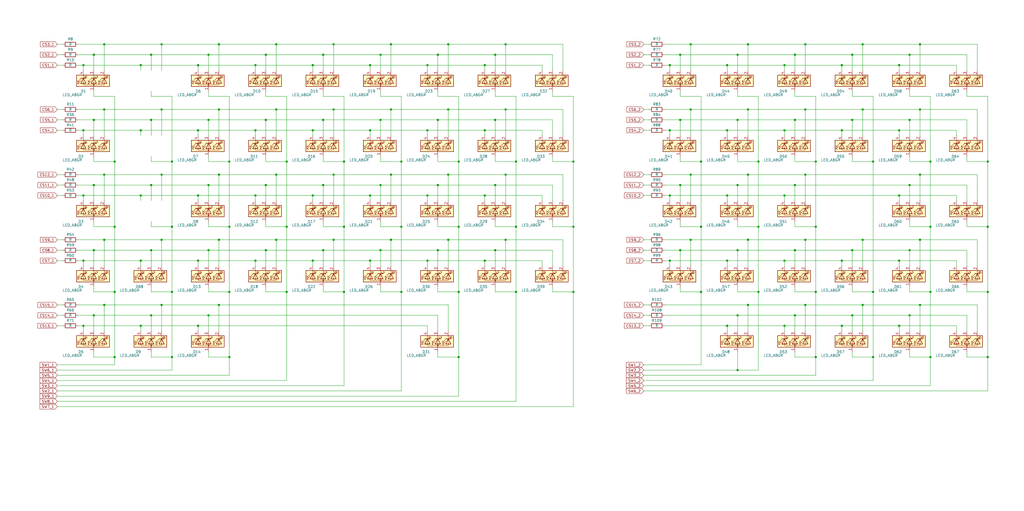
<source format=kicad_sch>
(kicad_sch (version 20231120) (generator "eeschema") (generator_version "8.0")
  (paper "User" 499.008 248.996)
  (title_block (title "Nyx (RGB Matrix)") (date "2023-08-05") (rev "2") (comment 1 "Copyright © 2023 HorrorTroll") (comment 2 "GPL2 License"))
  (junction (at 438.15 31.75))
  (junction (at 213.36 90.17))
  (junction (at 448.31 21.59))
  (junction (at 134.62 21.59))
  (junction (at 78.74 116.84))
  (junction (at 341.63 78.74))
  (junction (at 185.42 26.67))
  (junction (at 213.36 26.67))
  (junction (at 438.15 95.25))
  (junction (at 50.8 116.84))
  (junction (at 190.5 116.84))
  (junction (at 326.39 127))
  (junction (at 369.57 142.24))
  (junction (at 279.4 78.74))
  (junction (at 410.21 158.75))
  (junction (at 246.38 53.34))
  (junction (at 73.66 121.92))
  (junction (at 55.88 142.24))
  (junction (at 443.23 121.92))
  (junction (at 106.68 21.59))
  (junction (at 236.22 127))
  (junction (at 392.43 148.59))
  (junction (at 364.49 85.09))
  (junction (at 369.57 78.74))
  (junction (at 453.39 110.49))
  (junction (at 73.66 153.67))
  (junction (at 152.4 31.75))
  (junction (at 481.33 173.99))
  (junction (at 453.39 173.99))
  (junction (at 397.51 78.74))
  (junction (at 341.63 110.49))
  (junction (at 354.33 158.75))
  (junction (at 106.68 148.59))
  (junction (at 40.64 95.25))
  (junction (at 96.52 63.5))
  (junction (at 195.58 78.74))
  (junction (at 341.63 142.24))
  (junction (at 78.74 21.59))
  (junction (at 425.45 78.74))
  (junction (at 387.35 121.92))
  (junction (at 481.33 110.49))
  (junction (at 167.64 142.24))
  (junction (at 223.52 110.49))
  (junction (at 443.23 58.42))
  (junction (at 415.29 58.42))
  (junction (at 241.3 58.42))
  (junction (at 134.62 53.34))
  (junction (at 354.33 63.5))
  (junction (at 101.6 90.17))
  (junction (at 83.82 78.74))
  (junction (at 382.27 31.75))
  (junction (at 420.37 53.34))
  (junction (at 157.48 90.17))
  (junction (at 45.72 90.17))
  (junction (at 241.3 121.92))
  (junction (at 124.46 63.5))
  (junction (at 124.46 127))
  (junction (at 40.64 31.75))
  (junction (at 124.46 31.75))
  (junction (at 185.42 90.17))
  (junction (at 326.39 95.25))
  (junction (at 425.45 142.24))
  (junction (at 129.54 90.17))
  (junction (at 152.4 95.25))
  (junction (at 139.7 110.49))
  (junction (at 241.3 90.17))
  (junction (at 129.54 121.92))
  (junction (at 223.52 78.74))
  (junction (at 453.39 142.24))
  (junction (at 40.64 127))
  (junction (at 68.58 95.25))
  (junction (at 443.23 26.67))
  (junction (at 397.51 110.49))
  (junction (at 246.38 116.84))
  (junction (at 251.46 110.49))
  (junction (at 157.48 121.92))
  (junction (at 279.4 142.24))
  (junction (at 382.27 127))
  (junction (at 101.6 26.67))
  (junction (at 152.4 127))
  (junction (at 415.29 121.92))
  (junction (at 481.33 78.74))
  (junction (at 331.47 90.17))
  (junction (at 443.23 90.17))
  (junction (at 162.56 116.84))
  (junction (at 185.42 121.92))
  (junction (at 111.76 110.49))
  (junction (at 68.58 63.5))
  (junction (at 336.55 85.09))
  (junction (at 359.41 153.67))
  (junction (at 382.27 158.75))
  (junction (at 129.54 58.42))
  (junction (at 83.82 142.24))
  (junction (at 45.72 121.92))
  (junction (at 420.37 148.59))
  (junction (at 55.88 173.99))
  (junction (at 73.66 90.17))
  (junction (at 180.34 63.5))
  (junction (at 359.41 58.42))
  (junction (at 326.39 31.75))
  (junction (at 392.43 85.09))
  (junction (at 392.43 21.59))
  (junction (at 397.51 142.24))
  (junction (at 387.35 153.67))
  (junction (at 415.29 26.67))
  (junction (at 364.49 116.84))
  (junction (at 208.28 63.5))
  (junction (at 83.82 173.99))
  (junction (at 50.8 21.59))
  (junction (at 180.34 31.75))
  (junction (at 326.39 63.5))
  (junction (at 236.22 95.25))
  (junction (at 382.27 63.5))
  (junction (at 68.58 31.75))
  (junction (at 213.36 58.42))
  (junction (at 246.38 85.09))
  (junction (at 336.55 53.34))
  (junction (at 83.82 110.49))
  (junction (at 167.64 110.49))
  (junction (at 336.55 21.59))
  (junction (at 397.51 173.99))
  (junction (at 331.47 58.42))
  (junction (at 208.28 127))
  (junction (at 359.41 90.17))
  (junction (at 190.5 85.09))
  (junction (at 438.15 158.75))
  (junction (at 420.37 116.84))
  (junction (at 218.44 116.84))
  (junction (at 223.52 173.99))
  (junction (at 78.74 85.09))
  (junction (at 78.74 148.59))
  (junction (at 331.47 121.92))
  (junction (at 55.88 78.74))
  (junction (at 331.47 26.67))
  (junction (at 190.5 21.59))
  (junction (at 448.31 85.09))
  (junction (at 96.52 127))
  (junction (at 392.43 53.34))
  (junction (at 392.43 116.84))
  (junction (at 364.49 21.59))
  (junction (at 387.35 90.17))
  (junction (at 50.8 53.34))
  (junction (at 336.55 116.84))
  (junction (at 387.35 26.67))
  (junction (at 73.66 26.67))
  (junction (at 139.7 142.24))
  (junction (at 157.48 26.67))
  (junction (at 101.6 121.92))
  (junction (at 438.15 127))
  (junction (at 448.31 148.59))
  (junction (at 387.35 58.42))
  (junction (at 410.21 31.75))
  (junction (at 134.62 116.84))
  (junction (at 448.31 116.84))
  (junction (at 443.23 153.67))
  (junction (at 354.33 127))
  (junction (at 40.64 63.5))
  (junction (at 50.8 148.59))
  (junction (at 124.46 95.25))
  (junction (at 55.88 110.49))
  (junction (at 190.5 53.34))
  (junction (at 180.34 127))
  (junction (at 45.72 153.67))
  (junction (at 359.41 121.92))
  (junction (at 438.15 63.5))
  (junction (at 251.46 78.74))
  (junction (at 180.34 95.25))
  (junction (at 425.45 173.99))
  (junction (at 359.41 180.34))
  (junction (at 364.49 148.59))
  (junction (at 218.44 85.09))
  (junction (at 359.41 26.67))
  (junction (at 78.74 53.34))
  (junction (at 111.76 173.99))
  (junction (at 101.6 153.67))
  (junction (at 68.58 158.75))
  (junction (at 218.44 53.34))
  (junction (at 448.31 53.34))
  (junction (at 481.33 142.24))
  (junction (at 68.58 127))
  (junction (at 106.68 116.84))
  (junction (at 236.22 31.75))
  (junction (at 246.38 21.59))
  (junction (at 96.52 158.75))
  (junction (at 111.76 78.74))
  (junction (at 208.28 95.25))
  (junction (at 101.6 58.42))
  (junction (at 410.21 127))
  (junction (at 134.62 85.09))
  (junction (at 354.33 95.25))
  (junction (at 410.21 63.5))
  (junction (at 354.33 31.75))
  (junction (at 162.56 21.59))
  (junction (at 50.8 85.09))
  (junction (at 364.49 53.34))
  (junction (at 73.66 58.42))
  (junction (at 218.44 21.59))
  (junction (at 195.58 110.49))
  (junction (at 96.52 95.25))
  (junction (at 167.64 78.74))
  (junction (at 106.68 53.34))
  (junction (at 279.4 110.49))
  (junction (at 369.57 110.49))
  (junction (at 96.52 31.75))
  (junction (at 420.37 21.59))
  (junction (at 139.7 78.74))
  (junction (at 40.64 158.75))
  (junction (at 195.58 142.24))
  (junction (at 45.72 26.67))
  (junction (at 162.56 85.09))
  (junction (at 152.4 63.5))
  (junction (at 208.28 31.75))
  (junction (at 45.72 58.42))
  (junction (at 213.36 121.92))
  (junction (at 185.42 58.42))
  (junction (at 251.46 142.24))
  (junction (at 106.68 85.09))
  (junction (at 415.29 153.67))
  (junction (at 241.3 26.67))
  (junction (at 382.27 95.25))
  (junction (at 111.76 142.24))
  (junction (at 162.56 53.34))
  (junction (at 453.39 78.74))
  (junction (at 223.52 142.24))
  (junction (at 129.54 26.67))
  (junction (at 236.22 63.5))
  (junction (at 157.48 58.42))
  (wire (pts (xy 410.21 31.75) (xy 410.21 34.29)))
  (wire (pts (xy 190.5 53.34) (xy 190.5 66.04)))
  (wire (pts (xy 438.15 158.75) (xy 438.15 161.29)))
  (wire (pts (xy 331.47 97.79) (xy 331.47 90.17)))
  (wire (pts (xy 73.66 46.99) (xy 83.82 46.99)))
  (wire (pts (xy 448.31 85.09) (xy 476.25 85.09)))
  (wire (pts (xy 185.42 76.2) (xy 185.42 78.74)))
  (wire (pts (xy 38.1 127) (xy 40.64 127)))
  (wire (pts (xy 313.69 190.5) (xy 481.33 190.5)))
  (wire (pts (xy 269.24 46.99) (xy 279.4 46.99)))
  (wire (pts (xy 134.62 21.59) (xy 162.56 21.59)))
  (wire (pts (xy 218.44 148.59) (xy 218.44 161.29)))
  (wire (pts (xy 208.28 95.25) (xy 208.28 97.79)))
  (wire (pts (xy 387.35 107.95) (xy 387.35 110.49)))
  (wire (pts (xy 167.64 78.74) (xy 167.64 46.99)))
  (wire (pts (xy 354.33 31.75) (xy 354.33 34.29)))
  (wire (pts (xy 387.35 46.99) (xy 397.51 46.99)))
  (wire (pts (xy 364.49 85.09) (xy 364.49 97.79)))
  (wire (pts (xy 313.69 85.09) (xy 316.23 85.09)))
  (wire (pts (xy 167.64 46.99) (xy 157.48 46.99)))
  (wire (pts (xy 369.57 110.49) (xy 369.57 142.24)))
  (wire (pts (xy 73.66 153.67) (xy 73.66 161.29)))
  (wire (pts (xy 134.62 116.84) (xy 134.62 129.54)))
  (wire (pts (xy 323.85 127) (xy 326.39 127)))
  (wire (pts (xy 323.85 121.92) (xy 331.47 121.92)))
  (wire (pts (xy 27.94 148.59) (xy 30.48 148.59)))
  (wire (pts (xy 246.38 21.59) (xy 246.38 34.29)))
  (wire (pts (xy 106.68 21.59) (xy 78.74 21.59)))
  (wire (pts (xy 241.3 110.49) (xy 241.3 107.95)))
  (wire (pts (xy 101.6 46.99) (xy 111.76 46.99)))
  (wire (pts (xy 27.94 195.58) (xy 251.46 195.58)))
  (wire (pts (xy 124.46 63.5) (xy 96.52 63.5)))
  (wire (pts (xy 152.4 127) (xy 152.4 129.54)))
  (wire (pts (xy 68.58 63.5) (xy 68.58 66.04)))
  (wire (pts (xy 45.72 34.29) (xy 45.72 26.67)))
  (wire (pts (xy 195.58 78.74) (xy 195.58 110.49)))
  (wire (pts (xy 101.6 44.45) (xy 101.6 46.99)))
  (wire (pts (xy 124.46 127) (xy 96.52 127)))
  (wire (pts (xy 190.5 85.09) (xy 190.5 97.79)))
  (wire (pts (xy 124.46 31.75) (xy 124.46 34.29)))
  (wire (pts (xy 129.54 107.95) (xy 129.54 110.49)))
  (wire (pts (xy 410.21 31.75) (xy 382.27 31.75)))
  (wire (pts (xy 387.35 142.24) (xy 387.35 139.7)))
  (wire (pts (xy 476.25 21.59) (xy 476.25 34.29)))
  (wire (pts (xy 316.23 153.67) (xy 313.69 153.67)))
  (wire (pts (xy 481.33 173.99) (xy 481.33 142.24)))
  (wire (pts (xy 129.54 58.42) (xy 101.6 58.42)))
  (wire (pts (xy 331.47 129.54) (xy 331.47 121.92)))
  (wire (pts (xy 50.8 129.54) (xy 50.8 116.84)))
  (wire (pts (xy 124.46 127) (xy 124.46 129.54)))
  (wire (pts (xy 50.8 148.59) (xy 78.74 148.59)))
  (wire (pts (xy 392.43 97.79) (xy 392.43 85.09)))
  (wire (pts (xy 68.58 158.75) (xy 68.58 161.29)))
  (wire (pts (xy 208.28 31.75) (xy 208.28 34.29)))
  (wire (pts (xy 438.15 31.75) (xy 438.15 34.29)))
  (wire (pts (xy 387.35 58.42) (xy 359.41 58.42)))
  (wire (pts (xy 471.17 121.92) (xy 443.23 121.92)))
  (wire (pts (xy 96.52 129.54) (xy 96.52 127)))
  (wire (pts (xy 73.66 58.42) (xy 73.66 66.04)))
  (wire (pts (xy 313.69 187.96) (xy 453.39 187.96)))
  (wire (pts (xy 45.72 26.67) (xy 73.66 26.67)))
  (wire (pts (xy 415.29 26.67) (xy 387.35 26.67)))
  (wire (pts (xy 134.62 21.59) (xy 134.62 34.29)))
  (wire (pts (xy 313.69 121.92) (xy 316.23 121.92)))
  (wire (pts (xy 101.6 58.42) (xy 73.66 58.42)))
  (wire (pts (xy 27.94 85.09) (xy 30.48 85.09)))
  (wire (pts (xy 392.43 53.34) (xy 364.49 53.34)))
  (wire (pts (xy 129.54 58.42) (xy 129.54 66.04)))
  (wire (pts (xy 279.4 198.12) (xy 279.4 142.24)))
  (wire (pts (xy 443.23 173.99) (xy 453.39 173.99)))
  (wire (pts (xy 223.52 46.99) (xy 213.36 46.99)))
  (wire (pts (xy 190.5 116.84) (xy 190.5 129.54)))
  (wire (pts (xy 236.22 127) (xy 208.28 127)))
  (wire (pts (xy 471.17 139.7) (xy 471.17 142.24)))
  (wire (pts (xy 336.55 21.59) (xy 364.49 21.59)))
  (wire (pts (xy 78.74 21.59) (xy 78.74 34.29)))
  (wire (pts (xy 415.29 44.45) (xy 415.29 46.99)))
  (wire (pts (xy 415.29 26.67) (xy 415.29 34.29)))
  (wire (pts (xy 392.43 85.09) (xy 448.31 85.09)))
  (wire (pts (xy 323.85 158.75) (xy 354.33 158.75)))
  (wire (pts (xy 45.72 153.67) (xy 73.66 153.67)))
  (wire (pts (xy 420.37 148.59) (xy 420.37 161.29)))
  (wire (pts (xy 40.64 31.75) (xy 68.58 31.75)))
  (wire (pts (xy 359.41 161.29) (xy 359.41 153.67)))
  (wire (pts (xy 134.62 53.34) (xy 106.68 53.34)))
  (wire (pts (xy 323.85 63.5) (xy 326.39 63.5)))
  (wire (pts (xy 387.35 110.49) (xy 397.51 110.49)))
  (wire (pts (xy 264.16 129.54) (xy 264.16 127)))
  (wire (pts (xy 264.16 66.04) (xy 264.16 63.5)))
  (wire (pts (xy 218.44 21.59) (xy 218.44 34.29)))
  (wire (pts (xy 73.66 121.92) (xy 101.6 121.92)))
  (wire (pts (xy 466.09 31.75) (xy 466.09 34.29)))
  (wire (pts (xy 476.25 116.84) (xy 448.31 116.84)))
  (wire (pts (xy 27.94 182.88) (xy 111.76 182.88)))
  (wire (pts (xy 336.55 34.29) (xy 336.55 21.59)))
  (wire (pts (xy 359.41 58.42) (xy 359.41 66.04)))
  (wire (pts (xy 180.34 31.75) (xy 208.28 31.75)))
  (wire (pts (xy 354.33 95.25) (xy 354.33 97.79)))
  (wire (pts (xy 195.58 110.49) (xy 185.42 110.49)))
  (wire (pts (xy 313.69 31.75) (xy 316.23 31.75)))
  (wire (pts (xy 443.23 90.17) (xy 443.23 97.79)))
  (wire (pts (xy 45.72 78.74) (xy 45.72 76.2)))
  (wire (pts (xy 453.39 110.49) (xy 443.23 110.49)))
  (wire (pts (xy 157.48 90.17) (xy 157.48 97.79)))
  (wire (pts (xy 241.3 76.2) (xy 241.3 78.74)))
  (wire (pts (xy 101.6 34.29) (xy 101.6 26.67)))
  (wire (pts (xy 410.21 63.5) (xy 382.27 63.5)))
  (wire (pts (xy 139.7 110.49) (xy 139.7 142.24)))
  (wire (pts (xy 313.69 21.59) (xy 316.23 21.59)))
  (wire (pts (xy 336.55 97.79) (xy 336.55 85.09)))
  (wire (pts (xy 40.64 127) (xy 68.58 127)))
  (wire (pts (xy 55.88 110.49) (xy 55.88 142.24)))
  (wire (pts (xy 38.1 121.92) (xy 45.72 121.92)))
  (wire (pts (xy 264.16 34.29) (xy 264.16 31.75)))
  (wire (pts (xy 27.94 121.92) (xy 30.48 121.92)))
  (wire (pts (xy 415.29 58.42) (xy 415.29 66.04)))
  (wire (pts (xy 369.57 142.24) (xy 369.57 180.34)))
  (wire (pts (xy 471.17 58.42) (xy 443.23 58.42)))
  (wire (pts (xy 269.24 58.42) (xy 241.3 58.42)))
  (wire (pts (xy 162.56 21.59) (xy 190.5 21.59)))
  (wire (pts (xy 251.46 78.74) (xy 251.46 110.49)))
  (wire (pts (xy 106.68 129.54) (xy 106.68 116.84)))
  (wire (pts (xy 218.44 85.09) (xy 246.38 85.09)))
  (wire (pts (xy 471.17 153.67) (xy 471.17 161.29)))
  (wire (pts (xy 27.94 193.04) (xy 223.52 193.04)))
  (wire (pts (xy 387.35 173.99) (xy 397.51 173.99)))
  (wire (pts (xy 397.51 110.49) (xy 397.51 142.24)))
  (wire (pts (xy 443.23 76.2) (xy 443.23 78.74)))
  (wire (pts (xy 134.62 21.59) (xy 106.68 21.59)))
  (wire (pts (xy 274.32 116.84) (xy 246.38 116.84)))
  (wire (pts (xy 157.48 121.92) (xy 129.54 121.92)))
  (wire (pts (xy 323.85 153.67) (xy 359.41 153.67)))
  (wire (pts (xy 387.35 78.74) (xy 387.35 76.2)))
  (wire (pts (xy 251.46 110.49) (xy 241.3 110.49)))
  (wire (pts (xy 326.39 95.25) (xy 354.33 95.25)))
  (wire (pts (xy 213.36 26.67) (xy 241.3 26.67)))
  (wire (pts (xy 167.64 142.24) (xy 167.64 110.49)))
  (wire (pts (xy 68.58 95.25) (xy 68.58 97.79)))
  (wire (pts (xy 111.76 182.88) (xy 111.76 173.99)))
  (wire (pts (xy 38.1 53.34) (xy 50.8 53.34)))
  (wire (pts (xy 331.47 121.92) (xy 359.41 121.92)))
  (wire (pts (xy 331.47 26.67) (xy 359.41 26.67)))
  (wire (pts (xy 326.39 63.5) (xy 354.33 63.5)))
  (wire (pts (xy 438.15 158.75) (xy 466.09 158.75)))
  (wire (pts (xy 78.74 116.84) (xy 106.68 116.84)))
  (wire (pts (xy 124.46 95.25) (xy 96.52 95.25)))
  (wire (pts (xy 218.44 21.59) (xy 246.38 21.59)))
  (wire (pts (xy 392.43 34.29) (xy 392.43 21.59)))
  (wire (pts (xy 443.23 78.74) (xy 453.39 78.74)))
  (wire (pts (xy 313.69 63.5) (xy 316.23 63.5)))
  (wire (pts (xy 83.82 142.24) (xy 83.82 173.99)))
  (wire (pts (xy 387.35 44.45) (xy 387.35 46.99)))
  (wire (pts (xy 313.69 90.17) (xy 316.23 90.17)))
  (wire (pts (xy 213.36 142.24) (xy 223.52 142.24)))
  (wire (pts (xy 111.76 110.49) (xy 111.76 142.24)))
  (wire (pts (xy 152.4 31.75) (xy 152.4 34.29)))
  (wire (pts (xy 246.38 116.84) (xy 218.44 116.84)))
  (wire (pts (xy 185.42 58.42) (xy 157.48 58.42)))
  (wire (pts (xy 269.24 97.79) (xy 269.24 90.17)))
  (wire (pts (xy 180.34 127) (xy 180.34 129.54)))
  (wire (pts (xy 223.52 142.24) (xy 223.52 173.99)))
  (wire (pts (xy 331.47 44.45) (xy 331.47 46.99)))
  (wire (pts (xy 96.52 63.5) (xy 68.58 63.5)))
  (wire (pts (xy 241.3 58.42) (xy 213.36 58.42)))
  (wire (pts (xy 38.1 116.84) (xy 50.8 116.84)))
  (wire (pts (xy 341.63 177.8) (xy 341.63 142.24)))
  (wire (pts (xy 55.88 173.99) (xy 45.72 173.99)))
  (wire (pts (xy 481.33 78.74) (xy 481.33 110.49)))
  (wire (pts (xy 448.31 53.34) (xy 420.37 53.34)))
  (wire (pts (xy 30.48 31.75) (xy 27.94 31.75)))
  (wire (pts (xy 420.37 21.59) (xy 448.31 21.59)))
  (wire (pts (xy 415.29 78.74) (xy 415.29 76.2)))
  (wire (pts (xy 397.51 78.74) (xy 387.35 78.74)))
  (wire (pts (xy 410.21 63.5) (xy 410.21 66.04)))
  (wire (pts (xy 471.17 171.45) (xy 471.17 173.99)))
  (wire (pts (xy 139.7 46.99) (xy 139.7 78.74)))
  (wire (pts (xy 190.5 21.59) (xy 218.44 21.59)))
  (wire (pts (xy 101.6 161.29) (xy 101.6 153.67)))
  (wire (pts (xy 410.21 158.75) (xy 438.15 158.75)))
  (wire (pts (xy 410.21 127) (xy 382.27 127)))
  (wire (pts (xy 83.82 180.34) (xy 83.82 173.99)))
  (wire (pts (xy 162.56 53.34) (xy 162.56 66.04)))
  (wire (pts (xy 111.76 78.74) (xy 111.76 110.49)))
  (wire (pts (xy 264.16 31.75) (xy 236.22 31.75)))
  (wire (pts (xy 27.94 53.34) (xy 30.48 53.34)))
  (wire (pts (xy 27.94 158.75) (xy 30.48 158.75)))
  (wire (pts (xy 101.6 110.49) (xy 111.76 110.49)))
  (wire (pts (xy 218.44 116.84) (xy 218.44 129.54)))
  (wire (pts (xy 471.17 121.92) (xy 471.17 129.54)))
  (wire (pts (xy 336.55 53.34) (xy 364.49 53.34)))
  (wire (pts (xy 453.39 78.74) (xy 453.39 46.99)))
  (wire (pts (xy 139.7 185.42) (xy 139.7 142.24)))
  (wire (pts (xy 241.3 26.67) (xy 241.3 34.29)))
  (wire (pts (xy 139.7 142.24) (xy 129.54 142.24)))
  (wire (pts (xy 185.42 90.17) (xy 185.42 97.79)))
  (wire (pts (xy 453.39 173.99) (xy 453.39 142.24)))
  (wire (pts (xy 331.47 34.29) (xy 331.47 26.67)))
  (wire (pts (xy 359.41 139.7) (xy 359.41 142.24)))
  (wire (pts (xy 213.36 173.99) (xy 223.52 173.99)))
  (wire (pts (xy 27.94 180.34) (xy 83.82 180.34)))
  (wire (pts (xy 185.42 78.74) (xy 195.58 78.74)))
  (wire (pts (xy 50.8 97.79) (xy 50.8 85.09)))
  (wire (pts (xy 45.72 173.99) (xy 45.72 171.45)))
  (wire (pts (xy 359.41 153.67) (xy 387.35 153.67)))
  (wire (pts (xy 274.32 34.29) (xy 274.32 21.59)))
  (wire (pts (xy 55.88 46.99) (xy 55.88 78.74)))
  (wire (pts (xy 481.33 110.49) (xy 471.17 110.49)))
  (wire (pts (xy 354.33 127) (xy 354.33 129.54)))
  (wire (pts (xy 443.23 58.42) (xy 415.29 58.42)))
  (wire (pts (xy 316.23 26.67) (xy 313.69 26.67)))
  (wire (pts (xy 213.36 76.2) (xy 213.36 78.74)))
  (wire (pts (xy 443.23 90.17) (xy 471.17 90.17)))
  (wire (pts (xy 443.23 26.67) (xy 443.23 34.29)))
  (wire (pts (xy 83.82 110.49) (xy 83.82 142.24)))
  (wire (pts (xy 415.29 58.42) (xy 387.35 58.42)))
  (wire (pts (xy 279.4 110.49) (xy 279.4 142.24)))
  (wire (pts (xy 157.48 142.24) (xy 167.64 142.24)))
  (wire (pts (xy 195.58 142.24) (xy 195.58 110.49)))
  (wire (pts (xy 101.6 90.17) (xy 73.66 90.17)))
  (wire (pts (xy 213.36 121.92) (xy 185.42 121.92)))
  (wire (pts (xy 111.76 142.24) (xy 101.6 142.24)))
  (wire (pts (xy 45.72 44.45) (xy 45.72 46.99)))
  (wire (pts (xy 481.33 142.24) (xy 481.33 110.49)))
  (wire (pts (xy 27.94 190.5) (xy 195.58 190.5)))
  (wire (pts (xy 331.47 46.99) (xy 341.63 46.99)))
  (wire (pts (xy 382.27 129.54) (xy 382.27 127)))
  (wire (pts (xy 157.48 90.17) (xy 185.42 90.17)))
  (wire (pts (xy 223.52 78.74) (xy 223.52 110.49)))
  (wire (pts (xy 157.48 139.7) (xy 157.48 142.24)))
  (wire (pts (xy 246.38 85.09) (xy 246.38 97.79)))
  (wire (pts (xy 387.35 97.79) (xy 387.35 90.17)))
  (wire (pts (xy 471.17 90.17) (xy 471.17 97.79)))
  (wire (pts (xy 471.17 110.49) (xy 471.17 107.95)))
  (wire (pts (xy 269.24 110.49) (xy 279.4 110.49)))
  (wire (pts (xy 124.46 31.75) (xy 152.4 31.75)))
  (wire (pts (xy 213.36 78.74) (xy 223.52 78.74)))
  (wire (pts (xy 359.41 46.99) (xy 369.57 46.99)))
  (wire (pts (xy 78.74 129.54) (xy 78.74 116.84)))
  (wire (pts (xy 73.66 173.99) (xy 73.66 171.45)))
  (wire (pts (xy 208.28 63.5) (xy 208.28 66.04)))
  (wire (pts (xy 185.42 90.17) (xy 213.36 90.17)))
  (wire (pts (xy 152.4 95.25) (xy 152.4 97.79)))
  (wire (pts (xy 476.25 116.84) (xy 476.25 129.54)))
  (wire (pts (xy 190.5 21.59) (xy 190.5 34.29)))
  (wire (pts (xy 45.72 142.24) (xy 45.72 139.7)))
  (wire (pts (xy 218.44 85.09) (xy 218.44 97.79)))
  (wire (pts (xy 152.4 127) (xy 124.46 127)))
  (wire (pts (xy 331.47 90.17) (xy 359.41 90.17)))
  (wire (pts (xy 359.41 121.92) (xy 387.35 121.92)))
  (wire (pts (xy 269.24 26.67) (xy 241.3 26.67)))
  (wire (pts (xy 269.24 66.04) (xy 269.24 58.42)))
  (wire (pts (xy 55.88 78.74) (xy 45.72 78.74)))
  (wire (pts (xy 139.7 78.74) (xy 139.7 110.49)))
  (wire (pts (xy 40.64 66.04) (xy 40.64 63.5)))
  (wire (pts (xy 410.21 158.75) (xy 410.21 161.29)))
  (wire (pts (xy 241.3 46.99) (xy 241.3 44.45)))
  (wire (pts (xy 313.69 95.25) (xy 316.23 95.25)))
  (wire (pts (xy 83.82 173.99) (xy 73.66 173.99)))
  (wire (pts (xy 50.8 53.34) (xy 78.74 53.34)))
  (wire (pts (xy 162.56 116.84) (xy 162.56 129.54)))
  (wire (pts (xy 129.54 142.24) (xy 129.54 139.7)))
  (wire (pts (xy 443.23 110.49) (xy 443.23 107.95)))
  (wire (pts (xy 410.21 127) (xy 410.21 129.54)))
  (wire (pts (xy 96.52 161.29) (xy 96.52 158.75)))
  (wire (pts (xy 323.85 31.75) (xy 326.39 31.75)))
  (wire (pts (xy 124.46 63.5) (xy 124.46 66.04)))
  (wire (pts (xy 382.27 31.75) (xy 354.33 31.75)))
  (wire (pts (xy 38.1 90.17) (xy 45.72 90.17)))
  (wire (pts (xy 466.09 95.25) (xy 466.09 97.79)))
  (wire (pts (xy 425.45 78.74) (xy 425.45 142.24)))
  (wire (pts (xy 101.6 97.79) (xy 101.6 90.17)))
  (wire (pts (xy 208.28 158.75) (xy 208.28 161.29)))
  (wire (pts (xy 364.49 148.59) (xy 392.43 148.59)))
  (wire (pts (xy 180.34 31.75) (xy 180.34 34.29)))
  (wire (pts (xy 236.22 97.79) (xy 236.22 95.25)))
  (wire (pts (xy 264.16 97.79) (xy 264.16 95.25)))
  (wire (pts (xy 448.31 148.59) (xy 476.25 148.59)))
  (wire (pts (xy 326.39 31.75) (xy 354.33 31.75)))
  (wire (pts (xy 359.41 90.17) (xy 359.41 97.79)))
  (wire (pts (xy 425.45 142.24) (xy 415.29 142.24)))
  (wire (pts (xy 420.37 53.34) (xy 420.37 66.04)))
  (wire (pts (xy 251.46 195.58) (xy 251.46 142.24)))
  (wire (pts (xy 264.16 63.5) (xy 236.22 63.5)))
  (wire (pts (xy 364.49 161.29) (xy 364.49 148.59)))
  (wire (pts (xy 241.3 142.24) (xy 251.46 142.24)))
  (wire (pts (xy 38.1 63.5) (xy 40.64 63.5)))
  (wire (pts (xy 129.54 121.92) (xy 101.6 121.92)))
  (wire (pts (xy 466.09 63.5) (xy 438.15 63.5)))
  (wire (pts (xy 448.31 53.34) (xy 448.31 66.04)))
  (wire (pts (xy 382.27 95.25) (xy 438.15 95.25)))
  (wire (pts (xy 251.46 142.24) (xy 251.46 110.49)))
  (wire (pts (xy 443.23 121.92) (xy 443.23 129.54)))
  (wire (pts (xy 415.29 153.67) (xy 443.23 153.67)))
  (wire (pts (xy 129.54 26.67) (xy 129.54 34.29)))
  (wire (pts (xy 246.38 53.34) (xy 246.38 66.04)))
  (wire (pts (xy 241.3 121.92) (xy 213.36 121.92)))
  (wire (pts (xy 336.55 66.04) (xy 336.55 53.34)))
  (wire (pts (xy 68.58 31.75) (xy 68.58 34.29)))
  (wire (pts (xy 157.48 76.2) (xy 157.48 78.74)))
  (wire (pts (xy 38.1 158.75) (xy 40.64 158.75)))
  (wire (pts (xy 208.28 63.5) (xy 180.34 63.5)))
  (wire (pts (xy 471.17 76.2) (xy 471.17 78.74)))
  (wire (pts (xy 45.72 90.17) (xy 73.66 90.17)))
  (wire (pts (xy 415.29 26.67) (xy 443.23 26.67)))
  (wire (pts (xy 45.72 66.04) (xy 45.72 58.42)))
  (wire (pts (xy 101.6 66.04) (xy 101.6 58.42)))
  (wire (pts (xy 213.36 153.67) (xy 213.36 161.29)))
  (wire (pts (xy 241.3 78.74) (xy 251.46 78.74)))
  (wire (pts (xy 415.29 173.99) (xy 415.29 171.45)))
  (wire (pts (xy 471.17 142.24) (xy 481.33 142.24)))
  (wire (pts (xy 73.66 44.45) (xy 73.66 46.99)))
  (wire (pts (xy 45.72 129.54) (xy 45.72 121.92)))
  (wire (pts (xy 129.54 90.17) (xy 129.54 97.79)))
  (wire (pts (xy 96.52 66.04) (xy 96.52 63.5)))
  (wire (pts (xy 111.76 46.99) (xy 111.76 78.74)))
  (wire (pts (xy 236.22 66.04) (xy 236.22 63.5)))
  (wire (pts (xy 106.68 85.09) (xy 78.74 85.09)))
  (wire (pts (xy 269.24 129.54) (xy 269.24 121.92)))
  (wire (pts (xy 45.72 97.79) (xy 45.72 90.17)))
  (wire (pts (xy 213.36 46.99) (xy 213.36 44.45)))
  (wire (pts (xy 382.27 97.79) (xy 382.27 95.25)))
  (wire (pts (xy 40.64 63.5) (xy 68.58 63.5)))
  (wire (pts (xy 425.45 46.99) (xy 425.45 78.74)))
  (wire (pts (xy 331.47 110.49) (xy 341.63 110.49)))
  (wire (pts (xy 213.36 139.7) (xy 213.36 142.24)))
  (wire (pts (xy 323.85 148.59) (xy 364.49 148.59)))
  (wire (pts (xy 415.29 121.92) (xy 387.35 121.92)))
  (wire (pts (xy 27.94 177.8) (xy 55.88 177.8)))
  (wire (pts (xy 471.17 26.67) (xy 471.17 34.29)))
  (wire (pts (xy 448.31 85.09) (xy 448.31 97.79)))
  (wire (pts (xy 162.56 85.09) (xy 162.56 97.79)))
  (wire (pts (xy 129.54 26.67) (xy 101.6 26.67)))
  (wire (pts (xy 38.1 26.67) (xy 45.72 26.67)))
  (wire (pts (xy 73.66 26.67) (xy 73.66 34.29)))
  (wire (pts (xy 73.66 110.49) (xy 83.82 110.49)))
  (wire (pts (xy 78.74 85.09) (xy 78.74 97.79)))
  (wire (pts (xy 96.52 34.29) (xy 96.52 31.75)))
  (wire (pts (xy 45.72 121.92) (xy 73.66 121.92)))
  (wire (pts (xy 392.43 85.09) (xy 364.49 85.09)))
  (wire (pts (xy 111.76 173.99) (xy 101.6 173.99)))
  (wire (pts (xy 185.42 110.49) (xy 185.42 107.95)))
  (wire (pts (xy 331.47 78.74) (xy 331.47 76.2)))
  (wire (pts (xy 73.66 78.74) (xy 73.66 76.2)))
  (wire (pts (xy 213.36 110.49) (xy 213.36 107.95)))
  (wire (pts (xy 185.42 121.92) (xy 157.48 121.92)))
  (wire (pts (xy 218.44 116.84) (xy 190.5 116.84)))
  (wire (pts (xy 313.69 185.42) (xy 425.45 185.42)))
  (wire (pts (xy 443.23 139.7) (xy 443.23 142.24)))
  (wire (pts (xy 152.4 95.25) (xy 180.34 95.25)))
  (wire (pts (xy 124.46 95.25) (xy 124.46 97.79)))
  (wire (pts (xy 359.41 121.92) (xy 359.41 129.54)))
  (wire (pts (xy 425.45 173.99) (xy 425.45 142.24)))
  (wire (pts (xy 448.31 116.84) (xy 420.37 116.84)))
  (wire (pts (xy 326.39 97.79) (xy 326.39 95.25)))
  (wire (pts (xy 218.44 53.34) (xy 190.5 53.34)))
  (wire (pts (xy 443.23 153.67) (xy 443.23 161.29)))
  (wire (pts (xy 218.44 53.34) (xy 218.44 66.04)))
  (wire (pts (xy 448.31 21.59) (xy 476.25 21.59)))
  (wire (pts (xy 443.23 46.99) (xy 443.23 44.45)))
  (wire (pts (xy 326.39 66.04) (xy 326.39 63.5)))
  (wire (pts (xy 38.1 21.59) (xy 50.8 21.59)))
  (wire (pts (xy 279.4 46.99) (xy 279.4 78.74)))
  (wire (pts (xy 382.27 63.5) (xy 354.33 63.5)))
  (wire (pts (xy 279.4 78.74) (xy 269.24 78.74)))
  (wire (pts (xy 180.34 95.25) (xy 208.28 95.25)))
  (wire (pts (xy 397.51 46.99) (xy 397.51 78.74)))
  (wire (pts (xy 364.49 53.34) (xy 364.49 66.04)))
  (wire (pts (xy 274.32 21.59) (xy 246.38 21.59)))
  (wire (pts (xy 124.46 95.25) (xy 152.4 95.25)))
  (wire (pts (xy 30.48 26.67) (xy 27.94 26.67)))
  (wire (pts (xy 323.85 26.67) (xy 331.47 26.67)))
  (wire (pts (xy 241.3 139.7) (xy 241.3 142.24)))
  (wire (pts (xy 101.6 129.54) (xy 101.6 121.92)))
  (wire (pts (xy 481.33 46.99) (xy 471.17 46.99)))
  (wire (pts (xy 38.1 153.67) (xy 45.72 153.67)))
  (wire (pts (xy 101.6 142.24) (xy 101.6 139.7)))
  (wire (pts (xy 251.46 78.74) (xy 251.46 46.99)))
  (wire (pts (xy 336.55 116.84) (xy 364.49 116.84)))
  (wire (pts (xy 190.5 116.84) (xy 162.56 116.84)))
  (wire (pts (xy 185.42 46.99) (xy 185.42 44.45)))
  (wire (pts (xy 185.42 26.67) (xy 185.42 34.29)))
  (wire (pts (xy 167.64 187.96) (xy 167.64 142.24)))
  (wire (pts (xy 157.48 78.74) (xy 167.64 78.74)))
  (wire (pts (xy 45.72 107.95) (xy 45.72 110.49)))
  (wire (pts (xy 208.28 31.75) (xy 236.22 31.75)))
  (wire (pts (xy 223.52 110.49) (xy 213.36 110.49)))
  (wire (pts (xy 269.24 107.95) (xy 269.24 110.49)))
  (wire (pts (xy 83.82 46.99) (xy 83.82 78.74)))
  (wire (pts (xy 134.62 85.09) (xy 162.56 85.09)))
  (wire (pts (xy 443.23 26.67) (xy 471.17 26.67)))
  (wire (pts (xy 331.47 66.04) (xy 331.47 58.42)))
  (wire (pts (xy 264.16 127) (xy 236.22 127)))
  (wire (pts (xy 269.24 34.29) (xy 269.24 26.67)))
  (wire (pts (xy 481.33 190.5) (xy 481.33 173.99)))
  (wire (pts (xy 27.94 198.12) (xy 279.4 198.12)))
  (wire (pts (xy 382.27 95.25) (xy 354.33 95.25)))
  (wire (pts (xy 313.69 116.84) (xy 316.23 116.84)))
  (wire (pts (xy 443.23 121.92) (xy 415.29 121.92)))
  (wire (pts (xy 106.68 161.29) (xy 106.68 148.59)))
  (wire (pts (xy 213.36 26.67) (xy 213.36 34.29)))
  (wire (pts (xy 38.1 31.75) (xy 40.64 31.75)))
  (wire (pts (xy 180.34 95.25) (xy 180.34 97.79)))
  (wire (pts (xy 274.32 66.04) (xy 274.32 53.34)))
  (wire (pts (xy 453.39 142.24) (xy 453.39 110.49)))
  (wire (pts (xy 134.62 85.09) (xy 134.62 97.79)))
  (wire (pts (xy 415.29 142.24) (xy 415.29 139.7)))
  (wire (pts (xy 50.8 34.29) (xy 50.8 21.59)))
  (wire (pts (xy 274.32 129.54) (xy 274.32 116.84)))
  (wire (pts (xy 246.38 53.34) (xy 218.44 53.34)))
  (wire (pts (xy 387.35 90.17) (xy 359.41 90.17)))
  (wire (pts (xy 420.37 21.59) (xy 420.37 34.29)))
  (wire (pts (xy 471.17 78.74) (xy 481.33 78.74)))
  (wire (pts (xy 269.24 121.92) (xy 241.3 121.92)))
  (wire (pts (xy 208.28 127) (xy 208.28 129.54)))
  (wire (pts (xy 443.23 153.67) (xy 471.17 153.67)))
  (wire (pts (xy 190.5 85.09) (xy 218.44 85.09)))
  (wire (pts (xy 106.68 148.59) (xy 78.74 148.59)))
  (wire (pts (xy 213.36 171.45) (xy 213.36 173.99)))
  (wire (pts (xy 38.1 58.42) (xy 45.72 58.42)))
  (wire (pts (xy 40.64 34.29) (xy 40.64 31.75)))
  (wire (pts (xy 157.48 26.67) (xy 185.42 26.67)))
  (wire (pts (xy 55.88 142.24) (xy 45.72 142.24)))
  (wire (pts (xy 397.51 78.74) (xy 397.51 110.49)))
  (wire (pts (xy 185.42 142.24) (xy 195.58 142.24)))
  (wire (pts (xy 410.21 31.75) (xy 438.15 31.75)))
  (wire (pts (xy 101.6 153.67) (xy 213.36 153.67)))
  (wire (pts (xy 213.36 58.42) (xy 185.42 58.42)))
  (wire (pts (xy 392.43 66.04) (xy 392.43 53.34)))
  (wire (pts (xy 359.41 44.45) (xy 359.41 46.99)))
  (wire (pts (xy 331.47 107.95) (xy 331.47 110.49)))
  (wire (pts (xy 476.25 148.59) (xy 476.25 161.29)))
  (wire (pts (xy 476.25 53.34) (xy 476.25 66.04)))
  (wire (pts (xy 420.37 116.84) (xy 392.43 116.84)))
  (wire (pts (xy 157.48 26.67) (xy 157.48 34.29)))
  (wire (pts (xy 313.69 53.34) (xy 316.23 53.34)))
  (wire (pts (xy 415.29 153.67) (xy 415.29 161.29)))
  (wire (pts (xy 354.33 63.5) (xy 354.33 66.04)))
  (wire (pts (xy 326.39 129.54) (xy 326.39 127)))
  (wire (pts (xy 45.72 110.49) (xy 55.88 110.49)))
  (wire (pts (xy 369.57 180.34) (xy 359.41 180.34)))
  (wire (pts (xy 185.42 121.92) (xy 185.42 129.54)))
  (wire (pts (xy 129.54 110.49) (xy 139.7 110.49)))
  (wire (pts (xy 162.56 85.09) (xy 190.5 85.09)))
  (wire (pts (xy 443.23 58.42) (xy 443.23 66.04)))
  (wire (pts (xy 157.48 58.42) (xy 157.48 66.04)))
  (wire (pts (xy 369.57 46.99) (xy 369.57 78.74)))
  (wire (pts (xy 387.35 129.54) (xy 387.35 121.92)))
  (wire (pts (xy 101.6 153.67) (xy 73.66 153.67)))
  (wire (pts (xy 241.3 90.17) (xy 241.3 97.79)))
  (wire (pts (xy 326.39 127) (xy 354.33 127)))
  (wire (pts (xy 316.23 58.42) (xy 313.69 58.42)))
  (wire (pts (xy 96.52 97.79) (xy 96.52 95.25)))
  (wire (pts (xy 448.31 116.84) (xy 448.31 129.54)))
  (wire (pts (xy 387.35 34.29) (xy 387.35 26.67)))
  (wire (pts (xy 96.52 158.75) (xy 68.58 158.75)))
  (wire (pts (xy 392.43 21.59) (xy 364.49 21.59)))
  (wire (pts (xy 382.27 158.75) (xy 382.27 161.29)))
  (wire (pts (xy 101.6 26.67) (xy 73.66 26.67)))
  (wire (pts (xy 78.74 53.34) (xy 78.74 66.04)))
  (wire (pts (xy 279.4 142.24) (xy 269.24 142.24)))
  (wire (pts (xy 364.49 21.59) (xy 364.49 34.29)))
  (wire (pts (xy 425.45 78.74) (xy 415.29 78.74)))
  (wire (pts (xy 274.32 53.34) (xy 246.38 53.34)))
  (wire (pts (xy 223.52 78.74) (xy 223.52 46.99)))
  (wire (pts (xy 323.85 95.25) (xy 326.39 95.25)))
  (wire (pts (xy 438.15 63.5) (xy 438.15 66.04)))
  (wire (pts (xy 443.23 171.45) (xy 443.23 173.99)))
  (wire (pts (xy 274.32 97.79) (xy 274.32 85.09)))
  (wire (pts (xy 341.63 46.99) (xy 341.63 78.74)))
  (wire (pts (xy 438.15 127) (xy 438.15 129.54)))
  (wire (pts (xy 27.94 63.5) (xy 30.48 63.5)))
  (wire (pts (xy 341.63 110.49) (xy 341.63 142.24)))
  (wire (pts (xy 213.36 90.17) (xy 213.36 97.79)))
  (wire (pts (xy 185.42 58.42) (xy 185.42 66.04)))
  (wire (pts (xy 420.37 116.84) (xy 420.37 129.54)))
  (wire (pts (xy 129.54 46.99) (xy 139.7 46.99)))
  (wire (pts (xy 157.48 58.42) (xy 129.54 58.42)))
  (wire (pts (xy 397.51 142.24) (xy 397.51 173.99)))
  (wire (pts (xy 30.48 153.67) (xy 27.94 153.67)))
  (wire (pts (xy 73.66 107.95) (xy 73.66 110.49)))
  (wire (pts (xy 124.46 31.75) (xy 96.52 31.75)))
  (wire (pts (xy 129.54 78.74) (xy 129.54 76.2)))
  (wire (pts (xy 420.37 53.34) (xy 392.43 53.34)))
  (wire (pts (xy 387.35 153.67) (xy 415.29 153.67)))
  (wire (pts (xy 448.31 148.59) (xy 448.31 161.29)))
  (wire (pts (xy 106.68 53.34) (xy 78.74 53.34)))
  (wire (pts (xy 279.4 78.74) (xy 279.4 110.49)))
  (wire (pts (xy 453.39 187.96) (xy 453.39 173.99)))
  (wire (pts (xy 274.32 85.09) (xy 246.38 85.09)))
  (wire (pts (xy 369.57 78.74) (xy 359.41 78.74)))
  (wire (pts (xy 425.45 173.99) (xy 415.29 173.99)))
  (wire (pts (xy 134.62 53.34) (xy 134.62 66.04)))
  (wire (pts (xy 397.51 142.24) (xy 387.35 142.24)))
  (wire (pts (xy 481.33 78.74) (xy 481.33 46.99)))
  (wire (pts (xy 68.58 129.54) (xy 68.58 127)))
  (wire (pts (xy 73.66 142.24) (xy 73.66 139.7)))
  (wire (pts (xy 129.54 26.67) (xy 157.48 26.67)))
  (wire (pts (xy 397.51 173.99) (xy 397.51 182.88)))
  (wire (pts (xy 40.64 129.54) (xy 40.64 127)))
  (wire (pts (xy 139.7 78.74) (xy 129.54 78.74)))
  (wire (pts (xy 313.69 182.88) (xy 397.51 182.88)))
  (wire (pts (xy 50.8 85.09) (xy 78.74 85.09)))
  (wire (pts (xy 323.85 53.34) (xy 336.55 53.34)))
  (wire (pts (xy 354.33 161.29) (xy 354.33 158.75)))
  (wire (pts (xy 236.22 34.29) (xy 236.22 31.75)))
  (wire (pts (xy 323.85 21.59) (xy 336.55 21.59)))
  (wire (pts (xy 83.82 78.74) (xy 83.82 110.49)))
  (wire (pts (xy 476.25 85.09) (xy 476.25 97.79)))
  (wire (pts (xy 359.41 78.74) (xy 359.41 76.2)))
  (wire (pts (xy 101.6 107.95) (xy 101.6 110.49)))
  (wire (pts (xy 111.76 78.74) (xy 101.6 78.74)))
  (wire (pts (xy 359.41 107.95) (xy 359.41 110.49)))
  (wire (pts (xy 438.15 127) (xy 410.21 127)))
  (wire (pts (xy 269.24 44.45) (xy 269.24 46.99)))
  (wire (pts (xy 466.09 127) (xy 466.09 129.54)))
  (wire (pts (xy 354.33 127) (xy 382.27 127)))
  (wire (pts (xy 55.88 142.24) (xy 55.88 173.99)))
  (wire (pts (xy 162.56 53.34) (xy 134.62 53.34)))
  (wire (pts (xy 359.41 180.34) (xy 359.41 171.45)))
  (wire (pts (xy 27.94 187.96) (xy 167.64 187.96)))
  (wire (pts (xy 208.28 127) (xy 180.34 127)))
  (wire (pts (xy 30.48 58.42) (xy 27.94 58.42)))
  (wire (pts (xy 40.64 95.25) (xy 68.58 95.25)))
  (wire (pts (xy 223.52 193.04) (xy 223.52 173.99)))
  (wire (pts (xy 359.41 110.49) (xy 369.57 110.49)))
  (wire (pts (xy 157.48 121.92) (xy 157.48 129.54)))
  (wire (pts (xy 313.69 158.75) (xy 316.23 158.75)))
  (wire (pts (xy 387.35 66.04) (xy 387.35 58.42)))
  (wire (pts (xy 331.47 58.42) (xy 359.41 58.42)))
  (wire (pts (xy 195.58 190.5) (xy 195.58 142.24)))
  (wire (pts (xy 336.55 129.54) (xy 336.55 116.84)))
  (wire (pts (xy 269.24 90.17) (xy 241.3 90.17)))
  (wire (pts (xy 382.27 34.29) (xy 382.27 31.75)))
  (wire (pts (xy 190.5 53.34) (xy 162.56 53.34)))
  (wire (pts (xy 323.85 116.84) (xy 336.55 116.84)))
  (wire (pts (xy 40.64 158.75) (xy 68.58 158.75)))
  (wire (pts (xy 392.43 129.54) (xy 392.43 116.84)))
  (wire (pts (xy 425.45 185.42) (xy 425.45 173.99)))
  (wire (pts (xy 101.6 173.99) (xy 101.6 171.45)))
  (wire (pts (xy 359.41 142.24) (xy 369.57 142.24)))
  (wire (pts (xy 27.94 116.84) (xy 30.48 116.84)))
  (wire (pts (xy 392.43 148.59) (xy 420.37 148.59)))
  (wire (pts (xy 438.15 31.75) (xy 466.09 31.75)))
  (wire (pts (xy 246.38 116.84) (xy 246.38 129.54)))
  (wire (pts (xy 129.54 44.45) (xy 129.54 46.99)))
  (wire (pts (xy 106.68 66.04) (xy 106.68 53.34)))
  (wire (pts (xy 453.39 78.74) (xy 453.39 110.49)))
  (wire (pts (xy 129.54 90.17) (xy 157.48 90.17)))
  (wire (pts (xy 73.66 90.17) (xy 73.66 97.79)))
  (wire (pts (xy 364.49 116.84) (xy 392.43 116.84)))
  (wire (pts (xy 55.88 173.99) (xy 55.88 177.8)))
  (wire (pts (xy 73.66 129.54) (xy 73.66 121.92)))
  (wire (pts (xy 241.3 121.92) (xy 241.3 129.54)))
  (wire (pts (xy 157.48 110.49) (xy 157.48 107.95)))
  (wire (pts (xy 359.41 26.67) (xy 359.41 34.29)))
  (wire (pts (xy 40.64 97.79) (xy 40.64 95.25)))
  (wire (pts (xy 167.64 110.49) (xy 157.48 110.49)))
  (wire (pts (xy 341.63 142.24) (xy 331.47 142.24)))
  (wire (pts (xy 264.16 95.25) (xy 236.22 95.25)))
  (wire (pts (xy 323.85 58.42) (xy 331.47 58.42)))
  (wire (pts (xy 392.43 148.59) (xy 392.43 161.29)))
  (wire (pts (xy 195.58 78.74) (xy 195.58 46.99)))
  (wire (pts (xy 420.37 21.59) (xy 392.43 21.59)))
  (wire (pts (xy 162.56 116.84) (xy 134.62 116.84)))
  (wire (pts (xy 180.34 63.5) (xy 180.34 66.04)))
  (wire (pts (xy 269.24 78.74) (xy 269.24 76.2)))
  (wire (pts (xy 157.48 46.99) (xy 157.48 44.45)))
  (wire (pts (xy 38.1 148.59) (xy 50.8 148.59)))
  (wire (pts (xy 341.63 78.74) (xy 341.63 110.49)))
  (wire (pts (xy 134.62 85.09) (xy 106.68 85.09)))
  (wire (pts (xy 162.56 21.59) (xy 162.56 34.29)))
  (wire (pts (xy 438.15 95.25) (xy 466.09 95.25)))
  (wire (pts (xy 341.63 78.74) (xy 331.47 78.74)))
  (wire (pts (xy 106.68 148.59) (xy 218.44 148.59)))
  (wire (pts (xy 180.34 127) (xy 152.4 127)))
  (wire (pts (xy 236.22 63.5) (xy 208.28 63.5)))
  (wire (pts (xy 387.35 153.67) (xy 387.35 161.29)))
  (wire (pts (xy 438.15 63.5) (xy 410.21 63.5)))
  (wire (pts (xy 382.27 66.04) (xy 382.27 63.5)))
  (wire (pts (xy 167.64 78.74) (xy 167.64 110.49)))
  (wire (pts (xy 134.62 116.84) (xy 106.68 116.84)))
  (wire (pts (xy 387.35 90.17) (xy 443.23 90.17)))
  (wire (pts (xy 106.68 97.79) (xy 106.68 85.09)))
  (wire (pts (xy 241.3 58.42) (xy 241.3 66.04)))
  (wire (pts (xy 471.17 58.42) (xy 471.17 66.04)))
  (wire (pts (xy 185.42 26.67) (xy 213.36 26.67)))
  (wire (pts (xy 45.72 58.42) (xy 73.66 58.42)))
  (wire (pts (xy 323.85 90.17) (xy 331.47 90.17)))
  (wire (pts (xy 185.42 139.7) (xy 185.42 142.24)))
  (wire (pts (xy 50.8 161.29) (xy 50.8 148.59)))
  (wire (pts (xy 236.22 129.54) (xy 236.22 127)))
  (wire (pts (xy 369.57 78.74) (xy 369.57 110.49)))
  (wire (pts (xy 27.94 21.59) (xy 30.48 21.59)))
  (wire (pts (xy 195.58 46.99) (xy 185.42 46.99)))
  (wire (pts (xy 152.4 31.75) (xy 180.34 31.75)))
  (wire (pts (xy 38.1 95.25) (xy 40.64 95.25)))
  (wire (pts (xy 213.36 90.17) (xy 241.3 90.17)))
  (wire (pts (xy 471.17 173.99) (xy 481.33 173.99)))
  (wire (pts (xy 208.28 95.25) (xy 236.22 95.25)))
  (wire (pts (xy 213.36 121.92) (xy 213.36 129.54)))
  (wire (pts (xy 83.82 142.24) (xy 73.66 142.24)))
  (wire (pts (xy 68.58 127) (xy 96.52 127)))
  (wire (pts (xy 269.24 142.24) (xy 269.24 139.7)))
  (wire (pts (xy 313.69 148.59) (xy 316.23 148.59)))
  (wire (pts (xy 382.27 158.75) (xy 410.21 158.75)))
  (wire (pts (xy 101.6 78.74) (xy 101.6 76.2)))
  (wire (pts (xy 27.94 95.25) (xy 30.48 95.25)))
  (wire (pts (xy 476.25 53.34) (xy 448.31 53.34)))
  (wire (pts (xy 152.4 63.5) (xy 124.46 63.5)))
  (wire (pts (xy 326.39 34.29) (xy 326.39 31.75)))
  (wire (pts (xy 50.8 66.04) (xy 50.8 53.34)))
  (wire (pts (xy 415.29 121.92) (xy 415.29 129.54)))
  (wire (pts (xy 27.94 127) (xy 30.48 127)))
  (wire (pts (xy 78.74 148.59) (xy 78.74 161.29)))
  (wire (pts (xy 313.69 127) (xy 316.23 127)))
  (wire (pts (xy 45.72 161.29) (xy 45.72 153.67)))
  (wire (pts (xy 27.94 185.42) (xy 139.7 185.42)))
  (wire (pts (xy 96.52 31.75) (xy 68.58 31.75)))
  (wire (pts (xy 129.54 90.17) (xy 101.6 90.17)))
  (wire (pts (xy 83.82 78.74) (xy 73.66 78.74)))
  (wire (pts (xy 323.85 85.09) (xy 336.55 85.09)))
  (wire (pts (xy 55.88 78.74) (xy 55.88 110.49)))
  (wire (pts (xy 331.47 142.24) (xy 331.47 139.7)))
  (wire (pts (xy 45.72 46.99) (xy 55.88 46.99)))
  (wire (pts (xy 466.09 158.75) (xy 466.09 161.29)))
  (wire (pts (xy 466.09 63.5) (xy 466.09 66.04)))
  (wire (pts (xy 96.52 95.25) (xy 68.58 95.25)))
  (wire (pts (xy 38.1 85.09) (xy 50.8 85.09)))
  (wire (pts (xy 180.34 63.5) (xy 152.4 63.5)))
  (wire (pts (xy 152.4 63.5) (xy 152.4 66.04)))
  (wire (pts (xy 336.55 85.09) (xy 364.49 85.09)))
  (wire (pts (xy 313.69 177.8) (xy 341.63 177.8)))
  (wire (pts (xy 40.64 161.29) (xy 40.64 158.75)))
  (wire (pts (xy 448.31 21.59) (xy 448.31 34.29)))
  (wire (pts (xy 387.35 171.45) (xy 387.35 173.99)))
  (wire (pts (xy 111.76 142.24) (xy 111.76 173.99)))
  (wire (pts (xy 129.54 121.92) (xy 129.54 129.54)))
  (wire (pts (xy 213.36 58.42) (xy 213.36 66.04)))
  (wire (pts (xy 387.35 26.67) (xy 359.41 26.67)))
  (wire (pts (xy 313.69 180.34) (xy 359.41 180.34)))
  (wire (pts (xy 354.33 158.75) (xy 382.27 158.75)))
  (wire (pts (xy 50.8 116.84) (xy 78.74 116.84)))
  (wire (pts (xy 27.94 90.17) (xy 30.48 90.17)))
  (wire (pts (xy 420.37 148.59) (xy 448.31 148.59)))
  (wire (pts (xy 438.15 95.25) (xy 438.15 97.79)))
  (wire (pts (xy 50.8 21.59) (xy 78.74 21.59)))
  (wire (pts (xy 364.49 116.84) (xy 364.49 129.54)))
  (wire (pts (xy 466.09 127) (xy 438.15 127)))
  (wire (pts (xy 106.68 34.29) (xy 106.68 21.59)))
  (wire (pts (xy 443.23 142.24) (xy 453.39 142.24)))
  (wire (pts (xy 453.39 46.99) (xy 443.23 46.99)))
  (wire (pts (xy 96.52 158.75) (xy 208.28 158.75)))
  (wire (pts (xy 223.52 142.24) (xy 223.52 110.49)))
  (wire (pts (xy 251.46 46.99) (xy 241.3 46.99)))
  (wire (pts (xy 415.29 46.99) (xy 425.45 46.99)))
  (wire (pts (xy 471.17 46.99) (xy 471.17 44.45)))
  (global_label "CS1_1" (shape input) (at 27.94 31.75 180) (property "Intersheetrefs" "${INTERSHEET_REFS}" (effects (hide yes))))
  (global_label "CS10_2" (shape input) (at 313.69 95.25 180) (property "Intersheetrefs" "${INTERSHEET_REFS}" (effects (hide yes))))
  (global_label "CS15_2" (shape input) (at 313.69 148.59 180) (property "Intersheetrefs" "${INTERSHEET_REFS}" (effects (hide yes))))
  (global_label "SW4_1" (shape input) (at 27.94 185.42 180) (property "Intersheetrefs" "${INTERSHEET_REFS}" (effects (hide yes))))
  (global_label "SW3_2" (shape input) (at 313.69 182.88 180) (property "Intersheetrefs" "${INTERSHEET_REFS}" (effects (hide yes))))
  (global_label "CS8_1" (shape input) (at 27.94 121.92 180) (property "Intersheetrefs" "${INTERSHEET_REFS}" (effects (hide yes))))
  (global_label "SW1_2" (shape input) (at 313.69 177.8 180) (property "Intersheetrefs" "${INTERSHEET_REFS}" (effects (hide yes))))
  (global_label "CS10_1" (shape input) (at 27.94 95.25 180) (property "Intersheetrefs" "${INTERSHEET_REFS}" (effects (hide yes))))
  (global_label "CS7_1" (shape input) (at 27.94 127 180) (property "Intersheetrefs" "${INTERSHEET_REFS}" (effects (hide yes))))
  (global_label "CS6_2" (shape input) (at 313.69 53.34 180) (property "Intersheetrefs" "${INTERSHEET_REFS}" (effects (hide yes))))
  (global_label "CS4_2" (shape input) (at 313.69 63.5 180) (property "Intersheetrefs" "${INTERSHEET_REFS}" (effects (hide yes))))
  (global_label "CS4_1" (shape input) (at 27.94 63.5 180) (property "Intersheetrefs" "${INTERSHEET_REFS}" (effects (hide yes))))
  (global_label "SW2_1" (shape input) (at 27.94 190.5 180) (property "Intersheetrefs" "${INTERSHEET_REFS}" (effects (hide yes))))
  (global_label "CS9_1" (shape input) (at 27.94 116.84 180) (property "Intersheetrefs" "${INTERSHEET_REFS}" (effects (hide yes))))
  (global_label "SW6_2" (shape input) (at 313.69 190.5 180) (property "Intersheetrefs" "${INTERSHEET_REFS}" (effects (hide yes))))
  (global_label "SW2_2" (shape input) (at 313.69 180.34 180) (property "Intersheetrefs" "${INTERSHEET_REFS}" (effects (hide yes))))
  (global_label "CS13_1" (shape input) (at 27.94 158.75 180) (property "Intersheetrefs" "${INTERSHEET_REFS}" (effects (hide yes))))
  (global_label "SW6_1" (shape input) (at 27.94 180.34 180) (property "Intersheetrefs" "${INTERSHEET_REFS}" (effects (hide yes))))
  (global_label "CS6_1" (shape input) (at 27.94 53.34 180) (property "Intersheetrefs" "${INTERSHEET_REFS}" (effects (hide yes))))
  (global_label "SW3_1" (shape input) (at 27.94 187.96 180) (property "Intersheetrefs" "${INTERSHEET_REFS}" (effects (hide yes))))
  (global_label "CS11_1" (shape input) (at 27.94 90.17 180) (property "Intersheetrefs" "${INTERSHEET_REFS}" (effects (hide yes))))
  (global_label "CS12_1" (shape input) (at 27.94 85.09 180) (property "Intersheetrefs" "${INTERSHEET_REFS}" (effects (hide yes))))
  (global_label "SW5_2" (shape input) (at 313.69 187.96 180) (property "Intersheetrefs" "${INTERSHEET_REFS}" (effects (hide yes))))
  (global_label "CS11_2" (shape input) (at 313.69 90.17 180) (property "Intersheetrefs" "${INTERSHEET_REFS}" (effects (hide yes))))
  (global_label "SW1_1" (shape input) (at 27.94 177.8 180) (property "Intersheetrefs" "${INTERSHEET_REFS}" (effects (hide yes))))
  (global_label "CS12_2" (shape input) (at 313.69 85.09 180) (property "Intersheetrefs" "${INTERSHEET_REFS}" (effects (hide yes))))
  (global_label "CS13_2" (shape input) (at 313.69 158.75 180) (property "Intersheetrefs" "${INTERSHEET_REFS}" (effects (hide yes))))
  (global_label "CS7_2" (shape input) (at 313.69 127 180) (property "Intersheetrefs" "${INTERSHEET_REFS}" (effects (hide yes))))
  (global_label "SW4_2" (shape input) (at 313.69 185.42 180) (property "Intersheetrefs" "${INTERSHEET_REFS}" (effects (hide yes))))
  (global_label "CS8_2" (shape input) (at 313.69 121.92 180) (property "Intersheetrefs" "${INTERSHEET_REFS}" (effects (hide yes))))
  (global_label "SW7_1" (shape input) (at 27.94 198.12 180) (property "Intersheetrefs" "${INTERSHEET_REFS}" (effects (hide yes))))
  (global_label "SW8_1" (shape input) (at 27.94 195.58 180) (property "Intersheetrefs" "${INTERSHEET_REFS}" (effects (hide yes))))
  (global_label "SW9_1" (shape input) (at 27.94 193.04 180) (property "Intersheetrefs" "${INTERSHEET_REFS}" (effects (hide yes))))
  (global_label "CS5_2" (shape input) (at 313.69 58.42 180) (property "Intersheetrefs" "${INTERSHEET_REFS}" (effects (hide yes))))
  (global_label "CS3_2" (shape input) (at 313.69 21.59 180) (property "Intersheetrefs" "${INTERSHEET_REFS}" (effects (hide yes))))
  (global_label "CS15_1" (shape input) (at 27.94 148.59 180) (property "Intersheetrefs" "${INTERSHEET_REFS}" (effects (hide yes))))
  (global_label "CS2_1" (shape input) (at 27.94 26.67 180) (property "Intersheetrefs" "${INTERSHEET_REFS}" (effects (hide yes))))
  (global_label "CS2_2" (shape input) (at 313.69 26.67 180) (property "Intersheetrefs" "${INTERSHEET_REFS}" (effects (hide yes))))
  (global_label "CS3_1" (shape input) (at 27.94 21.59 180) (property "Intersheetrefs" "${INTERSHEET_REFS}" (effects (hide yes))))
  (global_label "CS9_2" (shape input) (at 313.69 116.84 180) (property "Intersheetrefs" "${INTERSHEET_REFS}" (effects (hide yes))))
  (global_label "CS14_1" (shape input) (at 27.94 153.67 180) (property "Intersheetrefs" "${INTERSHEET_REFS}" (effects (hide yes))))
  (global_label "CS5_1" (shape input) (at 27.94 58.42 180) (property "Intersheetrefs" "${INTERSHEET_REFS}" (effects (hide yes))))
  (global_label "SW5_1" (shape input) (at 27.94 182.88 180) (property "Intersheetrefs" "${INTERSHEET_REFS}" (effects (hide yes))))
  (global_label "CS1_2" (shape input) (at 313.69 31.75 180) (property "Intersheetrefs" "${INTERSHEET_REFS}" (effects (hide yes))))
  (global_label "CS14_2" (shape input) (at 313.69 153.67 180) (property "Intersheetrefs" "${INTERSHEET_REFS}" (effects (hide yes))))
  (symbol (lib_id "Device:LED_ABGR") (at 443.23 134.62 90) (mirror x) (unit 1)
    (property "Reference" "D61" (at 435.61 139.7 90) (effects (justify right)))
    (property "Value" "LED_ABGR" (at 427.99 141.4622 90) (effects (justify right)))
    (property "Footprint" "horrortroll_lib:LED_1206R" (effects (hide yes)))
    (property "LCSC Part Number" "C409782" (effects (hide yes)))
  )
  (symbol (lib_id "Device:LED_ABGR") (at 129.54 71.12 90) (mirror x) (unit 1)
    (property "Reference" "D11" (at 121.92 76.2 90) (effects (justify right)))
    (property "Value" "LED_ABGR" (at 114.3 77.9622 90) (effects (justify right)))
    (property "Footprint" "horrortroll_lib:LED_1206R" (effects (hide yes)))
    (property "LCSC Part Number" "C409782" (effects (hide yes)))
  )
  (symbol (lib_id "Device:R") (at 34.29 121.92 90) (unit 1)
    (property "Reference" "R59" (at 34.29 119.38 90))
    (property "Value" "R" (at 34.29 121.92 90))
    (property "Footprint" "Common_Footprint:R_0402" (effects (hide yes)))
    (property "LCSC Part Number" "C25089" (effects (hide yes)))
  )
  (symbol (lib_id "Device:LED_ABGR") (at 45.72 134.62 90) (mirror x) (unit 1)
    (property "Reference" "D4" (at 38.1 139.7 90) (effects (justify right)))
    (property "Value" "LED_ABGR" (at 30.48 141.4622 90) (effects (justify right)))
    (property "Footprint" "horrortroll_lib:LED_1206R" (effects (hide yes)))
    (property "LCSC Part Number" "C409782" (effects (hide yes)))
  )
  (symbol (lib_id "Device:R") (at 320.04 158.75 90) (unit 1)
    (property "Reference" "R109" (at 320.04 156.21 90))
    (property "Value" "R" (at 320.04 158.75 90))
    (property "Footprint" "Common_Footprint:R_0402" (effects (hide yes)))
    (property "LCSC Part Number" "C25125" (effects (hide yes)))
  )
  (symbol (lib_id "Device:LED_ABGR") (at 415.29 134.62 90) (mirror x) (unit 1)
    (property "Reference" "D56" (at 407.67 139.7 90) (effects (justify right)))
    (property "Value" "LED_ABGR" (at 400.05 141.4622 90) (effects (justify right)))
    (property "Footprint" "horrortroll_lib:LED_1206R" (effects (hide yes)))
    (property "LCSC Part Number" "C409782" (effects (hide yes)))
  )
  (symbol (lib_id "Device:LED_ABGR") (at 331.47 39.37 90) (mirror x) (unit 1)
    (property "Reference" "D40" (at 323.85 44.45 90) (effects (justify right)))
    (property "Value" "LED_ABGR" (at 316.23 46.2122 90) (effects (justify right)))
    (property "Footprint" "horrortroll_lib:LED_1206R" (effects (hide yes)))
    (property "LCSC Part Number" "C409782" (effects (hide yes)))
  )
  (symbol (lib_id "Device:LED_ABGR") (at 359.41 166.37 90) (mirror x) (unit 1)
    (property "Reference" "D48" (at 351.79 171.45 90) (effects (justify right)))
    (property "Value" "LED_ABGR" (at 344.17 173.2122 90) (effects (justify right)))
    (property "Footprint" "horrortroll_lib:LED_1206R" (effects (hide yes)))
    (property "LCSC Part Number" "C409782" (effects (hide yes)))
  )
  (symbol (lib_id "Device:LED_ABGR") (at 157.48 39.37 90) (mirror x) (unit 1)
    (property "Reference" "D15" (at 151.13 44.45 90) (effects (justify right)))
    (property "Value" "LED_ABGR" (at 142.24 46.2122 90) (effects (justify right)))
    (property "Footprint" "horrortroll_lib:LED_1206R" (effects (hide yes)))
    (property "LCSC Part Number" "C409782" (effects (hide yes)))
  )
  (symbol (lib_id "Device:R") (at 34.29 63.5 90) (unit 1)
    (property "Reference" "R41" (at 34.29 60.96 90))
    (property "Value" "R" (at 34.29 63.5 90))
    (property "Footprint" "Common_Footprint:R_0402" (effects (hide yes)))
    (property "LCSC Part Number" "C25125" (effects (hide yes)))
  )
  (symbol (lib_id "Device:LED_ABGR") (at 269.24 39.37 90) (mirror x) (unit 1)
    (property "Reference" "D32" (at 262.89 44.45 90) (effects (justify right)))
    (property "Value" "LED_ABGR" (at 254 46.2122 90) (effects (justify right)))
    (property "Footprint" "horrortroll_lib:LED_1206R" (effects (hide yes)))
    (property "LCSC Part Number" "C409782" (effects (hide yes)))
  )
  (symbol (lib_id "Device:R") (at 34.29 153.67 90) (unit 1)
    (property "Reference" "R66" (at 34.29 151.13 90))
    (property "Value" "R" (at 34.29 153.67 90))
    (property "Footprint" "Common_Footprint:R_0402" (effects (hide yes)))
    (property "LCSC Part Number" "C25089" (effects (hide yes)))
  )
  (symbol (lib_id "Device:R") (at 320.04 85.09 90) (unit 1)
    (property "Reference" "R89" (at 320.04 82.55 90))
    (property "Value" "R" (at 320.04 85.09 90))
    (property "Footprint" "Common_Footprint:R_0402" (effects (hide yes)))
    (property "LCSC Part Number" "C25089" (effects (hide yes)))
  )
  (symbol (lib_id "Device:R") (at 320.04 21.59 90) (unit 1)
    (property "Reference" "R72" (at 320.04 19.05 90))
    (property "Value" "R" (at 320.04 21.59 90))
    (property "Footprint" "Common_Footprint:R_0402" (effects (hide yes)))
    (property "LCSC Part Number" "C25089" (effects (hide yes)))
  )
  (symbol (lib_id "Device:R") (at 320.04 90.17 90) (unit 1)
    (property "Reference" "R90" (at 320.04 87.63 90))
    (property "Value" "R" (at 320.04 90.17 90))
    (property "Footprint" "Common_Footprint:R_0402" (effects (hide yes)))
    (property "LCSC Part Number" "C25089" (effects (hide yes)))
  )
  (symbol (lib_id "Device:R") (at 34.29 127 90) (unit 1)
    (property "Reference" "R60" (at 34.29 124.46 90))
    (property "Value" "R" (at 34.29 127 90))
    (property "Footprint" "Common_Footprint:R_0402" (effects (hide yes)))
    (property "LCSC Part Number" "C25125" (effects (hide yes)))
  )
  (symbol (lib_id "Device:LED_ABGR") (at 415.29 166.37 90) (mirror x) (unit 1)
    (property "Reference" "D57" (at 407.67 171.45 90) (effects (justify right)))
    (property "Value" "LED_ABGR" (at 400.05 173.2122 90) (effects (justify right)))
    (property "Footprint" "horrortroll_lib:LED_1206R" (effects (hide yes)))
    (property "LCSC Part Number" "C409782" (effects (hide yes)))
  )
  (symbol (lib_id "Device:LED_ABGR") (at 443.23 71.12 90) (mirror x) (unit 1)
    (property "Reference" "D59" (at 435.61 76.2 90) (effects (justify right)))
    (property "Value" "LED_ABGR" (at 427.99 77.9622 90) (effects (justify right)))
    (property "Footprint" "horrortroll_lib:LED_1206R" (effects (hide yes)))
    (property "LCSC Part Number" "C409782" (effects (hide yes)))
  )
  (symbol (lib_id "Device:LED_ABGR") (at 471.17 166.37 90) (mirror x) (unit 1)
    (property "Reference" "D67" (at 463.55 171.45 90) (effects (justify right)))
    (property "Value" "LED_ABGR" (at 455.93 173.2122 90) (effects (justify right)))
    (property "Footprint" "horrortroll_lib:LED_1206R" (effects (hide yes)))
    (property "LCSC Part Number" "C409782" (effects (hide yes)))
  )
  (symbol (lib_id "Device:LED_ABGR") (at 185.42 39.37 90) (mirror x) (unit 1)
    (property "Reference" "D19" (at 179.07 44.45 90) (effects (justify right)))
    (property "Value" "LED_ABGR" (at 170.18 46.2122 90) (effects (justify right)))
    (property "Footprint" "horrortroll_lib:LED_1206R" (effects (hide yes)))
    (property "LCSC Part Number" "C409782" (effects (hide yes)))
  )
  (symbol (lib_id "Device:R") (at 34.29 26.67 90) (unit 1)
    (property "Reference" "R9" (at 34.29 24.13 90))
    (property "Value" "R" (at 34.29 26.67 90))
    (property "Footprint" "Common_Footprint:R_0402" (effects (hide yes)))
    (property "LCSC Part Number" "C25089" (effects (hide yes)))
  )
  (symbol (lib_id "Device:LED_ABGR") (at 415.29 71.12 90) (mirror x) (unit 1)
    (property "Reference" "D55" (at 407.67 76.2 90) (effects (justify right)))
    (property "Value" "LED_ABGR" (at 400.05 77.9622 90) (effects (justify right)))
    (property "Footprint" "horrortroll_lib:LED_1206R" (effects (hide yes)))
    (property "LCSC Part Number" "C409782" (effects (hide yes)))
  )
  (symbol (lib_id "Device:LED_ABGR") (at 387.35 102.87 90) (mirror x) (unit 1)
    (property "Reference" "D51" (at 379.73 107.95 90) (effects (justify right)))
    (property "Value" "LED_ABGR" (at 372.11 109.7122 90) (effects (justify right)))
    (property "Footprint" "horrortroll_lib:LED_1206R" (effects (hide yes)))
    (property "LCSC Part Number" "C409782" (effects (hide yes)))
  )
  (symbol (lib_id "Device:LED_ABGR") (at 471.17 102.87 90) (mirror x) (unit 1)
    (property "Reference" "D65" (at 463.55 107.95 90) (effects (justify right)))
    (property "Value" "LED_ABGR" (at 455.93 109.7122 90) (effects (justify right)))
    (property "Footprint" "horrortroll_lib:LED_1206R" (effects (hide yes)))
    (property "LCSC Part Number" "C409782" (effects (hide yes)))
  )
  (symbol (lib_id "Device:R") (at 320.04 95.25 90) (unit 1)
    (property "Reference" "R93" (at 320.04 92.71 90))
    (property "Value" "R" (at 320.04 95.25 90))
    (property "Footprint" "Common_Footprint:R_0402" (effects (hide yes)))
    (property "LCSC Part Number" "C25125" (effects (hide yes)))
  )
  (symbol (lib_id "Device:LED_ABGR") (at 443.23 39.37 90) (mirror x) (unit 1)
    (property "Reference" "D58" (at 435.61 44.45 90) (effects (justify right)))
    (property "Value" "LED_ABGR" (at 427.99 46.2122 90) (effects (justify right)))
    (property "Footprint" "horrortroll_lib:LED_1206R" (effects (hide yes)))
    (property "LCSC Part Number" "C409782" (effects (hide yes)))
  )
  (symbol (lib_id "Device:LED_ABGR") (at 269.24 134.62 90) (mirror x) (unit 1)
    (property "Reference" "D39" (at 261.62 139.7 90) (effects (justify right)))
    (property "Value" "LED_ABGR" (at 254 141.4622 90) (effects (justify right)))
    (property "Footprint" "horrortroll_lib:LED_1206R" (effects (hide yes)))
    (property "LCSC Part Number" "C409782" (effects (hide yes)))
  )
  (symbol (lib_id "Device:LED_ABGR") (at 387.35 166.37 90) (mirror x) (unit 1)
    (property "Reference" "D53" (at 379.73 171.45 90) (effects (justify right)))
    (property "Value" "LED_ABGR" (at 372.11 173.2122 90) (effects (justify right)))
    (property "Footprint" "horrortroll_lib:LED_1206R" (effects (hide yes)))
    (property "LCSC Part Number" "C409782" (effects (hide yes)))
  )
  (symbol (lib_id "Device:LED_ABGR") (at 157.48 102.87 90) (mirror x) (unit 1)
    (property "Reference" "D17" (at 149.86 107.95 90) (effects (justify right)))
    (property "Value" "LED_ABGR" (at 142.24 109.7122 90) (effects (justify right)))
    (property "Footprint" "horrortroll_lib:LED_1206R" (effects (hide yes)))
    (property "LCSC Part Number" "C409782" (effects (hide yes)))
  )
  (symbol (lib_id "Device:LED_ABGR") (at 359.41 134.62 90) (mirror x) (unit 1)
    (property "Reference" "D47" (at 351.79 139.7 90) (effects (justify right)))
    (property "Value" "LED_ABGR" (at 344.17 141.4622 90) (effects (justify right)))
    (property "Footprint" "horrortroll_lib:LED_1206R" (effects (hide yes)))
    (property "LCSC Part Number" "C409782" (effects (hide yes)))
  )
  (symbol (lib_id "Device:R") (at 34.29 148.59 90) (unit 1)
    (property "Reference" "R65" (at 34.29 146.05 90))
    (property "Value" "R" (at 34.29 148.59 90))
    (property "Footprint" "Common_Footprint:R_0402" (effects (hide yes)))
    (property "LCSC Part Number" "C25089" (effects (hide yes)))
  )
  (symbol (lib_id "Device:LED_ABGR") (at 443.23 102.87 90) (mirror x) (unit 1)
    (property "Reference" "D60" (at 435.61 107.95 90) (effects (justify right)))
    (property "Value" "LED_ABGR" (at 427.99 109.7122 90) (effects (justify right)))
    (property "Footprint" "horrortroll_lib:LED_1206R" (effects (hide yes)))
    (property "LCSC Part Number" "C409782" (effects (hide yes)))
  )
  (symbol (lib_id "Device:R") (at 320.04 153.67 90) (unit 1)
    (property "Reference" "R108" (at 320.04 151.13 90))
    (property "Value" "R" (at 320.04 153.67 90))
    (property "Footprint" "Common_Footprint:R_0402" (effects (hide yes)))
    (property "LCSC Part Number" "C25089" (effects (hide yes)))
  )
  (symbol (lib_id "Device:LED_ABGR") (at 129.54 102.87 90) (mirror x) (unit 1)
    (property "Reference" "D12" (at 121.92 107.95 90) (effects (justify right)))
    (property "Value" "LED_ABGR" (at 114.3 109.7122 90) (effects (justify right)))
    (property "Footprint" "horrortroll_lib:LED_1206R" (effects (hide yes)))
    (property "LCSC Part Number" "C409782" (effects (hide yes)))
  )
  (symbol (lib_id "Device:LED_ABGR") (at 331.47 134.62 90) (mirror x) (unit 1)
    (property "Reference" "D43" (at 323.85 139.7 90) (effects (justify right)))
    (property "Value" "LED_ABGR" (at 316.23 141.4622 90) (effects (justify right)))
    (property "Footprint" "horrortroll_lib:LED_1206R" (effects (hide yes)))
    (property "LCSC Part Number" "C409782" (effects (hide yes)))
  )
  (symbol (lib_id "Device:LED_ABGR") (at 387.35 134.62 90) (mirror x) (unit 1)
    (property "Reference" "D52" (at 379.73 139.7 90) (effects (justify right)))
    (property "Value" "LED_ABGR" (at 372.11 141.4622 90) (effects (justify right)))
    (property "Footprint" "horrortroll_lib:LED_1206R" (effects (hide yes)))
    (property "LCSC Part Number" "C409782" (effects (hide yes)))
  )
  (symbol (lib_id "Device:LED_ABGR") (at 331.47 71.12 90) (mirror x) (unit 1)
    (property "Reference" "D41" (at 323.85 76.2 90) (effects (justify right)))
    (property "Value" "LED_ABGR" (at 316.23 77.9622 90) (effects (justify right)))
    (property "Footprint" "horrortroll_lib:LED_1206R" (effects (hide yes)))
    (property "LCSC Part Number" "C409782" (effects (hide yes)))
  )
  (symbol (lib_id "Device:R") (at 320.04 116.84 90) (unit 1)
    (property "Reference" "R96" (at 320.04 114.3 90))
    (property "Value" "R" (at 320.04 116.84 90))
    (property "Footprint" "Common_Footprint:R_0402" (effects (hide yes)))
    (property "LCSC Part Number" "C25089" (effects (hide yes)))
  )
  (symbol (lib_id "Device:R") (at 34.29 21.59 90) (unit 1)
    (property "Reference" "R8" (at 34.29 19.05 90))
    (property "Value" "R" (at 34.29 21.59 90))
    (property "Footprint" "Common_Footprint:R_0402" (effects (hide yes)))
    (property "LCSC Part Number" "C25089" (effects (hide yes)))
  )
  (symbol (lib_id "Device:R") (at 34.29 158.75 90) (unit 1)
    (property "Reference" "R71" (at 34.29 156.21 90))
    (property "Value" "R" (at 34.29 158.75 90))
    (property "Footprint" "Common_Footprint:R_0402" (effects (hide yes)))
    (property "LCSC Part Number" "C25125" (effects (hide yes)))
  )
  (symbol (lib_id "Device:LED_ABGR") (at 443.23 166.37 90) (mirror x) (unit 1)
    (property "Reference" "D62" (at 435.61 171.45 90) (effects (justify right)))
    (property "Value" "LED_ABGR" (at 427.99 173.2122 90) (effects (justify right)))
    (property "Footprint" "horrortroll_lib:LED_1206R" (effects (hide yes)))
    (property "LCSC Part Number" "C409782" (effects (hide yes)))
  )
  (symbol (lib_id "Device:R") (at 320.04 127 90) (unit 1)
    (property "Reference" "R99" (at 320.04 124.46 90))
    (property "Value" "R" (at 320.04 127 90))
    (property "Footprint" "Common_Footprint:R_0402" (effects (hide yes)))
    (property "LCSC Part Number" "C25125" (effects (hide yes)))
  )
  (symbol (lib_id "Device:LED_ABGR") (at 45.72 166.37 90) (mirror x) (unit 1)
    (property "Reference" "D5" (at 38.1 171.45 90) (effects (justify right)))
    (property "Value" "LED_ABGR" (at 30.48 173.2122 90) (effects (justify right)))
    (property "Footprint" "horrortroll_lib:LED_1206R" (effects (hide yes)))
    (property "LCSC Part Number" "C409782" (effects (hide yes)))
  )
  (symbol (lib_id "Device:LED_ABGR") (at 269.24 102.87 90) (mirror x) (unit 1)
    (property "Reference" "D34" (at 261.62 107.95 90) (effects (justify right)))
    (property "Value" "LED_ABGR" (at 254 109.7122 90) (effects (justify right)))
    (property "Footprint" "horrortroll_lib:LED_1206R" (effects (hide yes)))
    (property "LCSC Part Number" "C409782" (effects (hide yes)))
  )
  (symbol (lib_id "Device:LED_ABGR") (at 471.17 134.62 90) (mirror x) (unit 1)
    (property "Reference" "D66" (at 463.55 139.7 90) (effects (justify right)))
    (property "Value" "LED_ABGR" (at 455.93 141.4622 90) (effects (justify right)))
    (property "Footprint" "horrortroll_lib:LED_1206R" (effects (hide yes)))
    (property "LCSC Part Number" "C409782" (effects (hide yes)))
  )
  (symbol (lib_id "Device:LED_ABGR") (at 213.36 102.87 90) (mirror x) (unit 1)
    (property "Reference" "D25" (at 205.74 107.95 90) (effects (justify right)))
    (property "Value" "LED_ABGR" (at 198.12 109.7122 90) (effects (justify right)))
    (property "Footprint" "horrortroll_lib:LED_1206R" (effects (hide yes)))
    (property "LCSC Part Number" "C409782" (effects (hide yes)))
  )
  (symbol (lib_id "Device:R") (at 320.04 148.59 90) (unit 1)
    (property "Reference" "R102" (at 320.04 146.05 90))
    (property "Value" "R" (at 320.04 148.59 90))
    (property "Footprint" "Common_Footprint:R_0402" (effects (hide yes)))
    (property "LCSC Part Number" "C25089" (effects (hide yes)))
  )
  (symbol (lib_id "Device:R") (at 320.04 121.92 90) (unit 1)
    (property "Reference" "R98" (at 320.04 119.38 90))
    (property "Value" "R" (at 320.04 121.92 90))
    (property "Footprint" "Common_Footprint:R_0402" (effects (hide yes)))
    (property "LCSC Part Number" "C25089" (effects (hide yes)))
  )
  (symbol (lib_id "Device:R") (at 34.29 53.34 90) (unit 1)
    (property "Reference" "R11" (at 34.29 50.8 90))
    (property "Value" "R" (at 34.29 53.34 90))
    (property "Footprint" "Common_Footprint:R_0402" (effects (hide yes)))
    (property "LCSC Part Number" "C25089" (effects (hide yes)))
  )
  (symbol (lib_id "Device:LED_ABGR") (at 213.36 39.37 90) (mirror x) (unit 1)
    (property "Reference" "D23" (at 207.01 44.45 90) (effects (justify right)))
    (property "Value" "LED_ABGR" (at 198.12 46.2122 90) (effects (justify right)))
    (property "Footprint" "horrortroll_lib:LED_1206R" (effects (hide yes)))
    (property "LCSC Part Number" "C409782" (effects (hide yes)))
  )
  (symbol (lib_id "Device:LED_ABGR") (at 45.72 39.37 90) (mirror x) (unit 1)
    (property "Reference" "D1" (at 39.37 44.45 90) (effects (justify right)))
    (property "Value" "LED_ABGR" (at 30.48 46.2122 90) (effects (justify right)))
    (property "Footprint" "horrortroll_lib:LED_1206R" (effects (hide yes)))
    (property "LCSC Part Number" "C409782" (effects (hide yes)))
  )
  (symbol (lib_id "Device:LED_ABGR") (at 45.72 102.87 90) (mirror x) (unit 1)
    (property "Reference" "D3" (at 38.1 107.95 90) (effects (justify right)))
    (property "Value" "LED_ABGR" (at 30.48 109.7122 90) (effects (justify right)))
    (property "Footprint" "horrortroll_lib:LED_1206R" (effects (hide yes)))
    (property "LCSC Part Number" "C409782" (effects (hide yes)))
  )
  (symbol (lib_id "Device:LED_ABGR") (at 241.3 39.37 90) (mirror x) (unit 1)
    (property "Reference" "D27" (at 234.95 44.45 90) (effects (justify right)))
    (property "Value" "LED_ABGR" (at 226.06 46.2122 90) (effects (justify right)))
    (property "Footprint" "horrortroll_lib:LED_1206R" (effects (hide yes)))
    (property "LCSC Part Number" "C409782" (effects (hide yes)))
  )
  (symbol (lib_id "Device:LED_ABGR") (at 471.17 39.37 90) (mirror x) (unit 1)
    (property "Reference" "D63" (at 463.55 44.45 90) (effects (justify right)))
    (property "Value" "LED_ABGR" (at 455.93 46.2122 90) (effects (justify right)))
    (property "Footprint" "horrortroll_lib:LED_1206R" (effects (hide yes)))
    (property "LCSC Part Number" "C409782" (effects (hide yes)))
  )
  (symbol (lib_id "Device:LED_ABGR") (at 45.72 71.12 90) (mirror x) (unit 1)
    (property "Reference" "D2" (at 38.1 76.2 90) (effects (justify right)))
    (property "Value" "LED_ABGR" (at 30.48 77.9622 90) (effects (justify right)))
    (property "Footprint" "horrortroll_lib:LED_1206R" (effects (hide yes)))
    (property "LCSC Part Number" "C409782" (effects (hide yes)))
  )
  (symbol (lib_id "Device:LED_ABGR") (at 359.41 39.37 90) (mirror x) (unit 1)
    (property "Reference" "D44" (at 351.79 44.45 90) (effects (justify right)))
    (property "Value" "LED_ABGR" (at 344.17 46.2122 90) (effects (justify right)))
    (property "Footprint" "horrortroll_lib:LED_1206R" (effects (hide yes)))
    (property "LCSC Part Number" "C409782" (effects (hide yes)))
  )
  (symbol (lib_id "Device:LED_ABGR") (at 157.48 71.12 90) (mirror x) (unit 1)
    (property "Reference" "D16" (at 149.86 76.2 90) (effects (justify right)))
    (property "Value" "LED_ABGR" (at 142.24 77.9622 90) (effects (justify right)))
    (property "Footprint" "horrortroll_lib:LED_1206R" (effects (hide yes)))
    (property "LCSC Part Number" "C409782" (effects (hide yes)))
  )
  (symbol (lib_id "Device:R") (at 320.04 63.5 90) (unit 1)
    (property "Reference" "R88" (at 320.04 60.96 90))
    (property "Value" "R" (at 320.04 63.5 90))
    (property "Footprint" "Common_Footprint:R_0402" (effects (hide yes)))
    (property "LCSC Part Number" "C25125" (effects (hide yes)))
  )
  (symbol (lib_id "Device:LED_ABGR") (at 213.36 71.12 90) (mirror x) (unit 1)
    (property "Reference" "D24" (at 205.74 76.2 90) (effects (justify right)))
    (property "Value" "LED_ABGR" (at 198.12 77.9622 90) (effects (justify right)))
    (property "Footprint" "horrortroll_lib:LED_1206R" (effects (hide yes)))
    (property "LCSC Part Number" "C409782" (effects (hide yes)))
  )
  (symbol (lib_id "Device:R") (at 320.04 31.75 90) (unit 1)
    (property "Reference" "R78" (at 320.04 29.21 90))
    (property "Value" "R" (at 320.04 31.75 90))
    (property "Footprint" "Common_Footprint:R_0402" (effects (hide yes)))
    (property "LCSC Part Number" "C25125" (effects (hide yes)))
  )
  (symbol (lib_id "Device:LED_ABGR") (at 73.66 134.62 90) (mirror x) (unit 1)
    (property "Reference" "D68" (at 66.04 139.7 90) (effects (justify right)))
    (property "Value" "LED_ABGR" (at 58.42 141.4622 90) (effects (justify right)))
    (property "Footprint" "horrortroll_lib:LED_1206R" (effects (hide yes)))
    (property "LCSC Part Number" "C409782" (effects (hide yes)))
  )
  (symbol (lib_id "Device:LED_ABGR") (at 241.3 134.62 90) (mirror x) (unit 1)
    (property "Reference" "D35" (at 233.68 139.7 90) (effects (justify right)))
    (property "Value" "LED_ABGR" (at 226.06 141.4622 90) (effects (justify right)))
    (property "Footprint" "horrortroll_lib:LED_1206R" (effects (hide yes)))
    (property "LCSC Part Number" "C409782" (effects (hide yes)))
  )
  (symbol (lib_id "Device:LED_ABGR") (at 415.29 39.37 90) (mirror x) (unit 1)
    (property "Reference" "D54" (at 407.67 44.45 90) (effects (justify right)))
    (property "Value" "LED_ABGR" (at 400.05 46.2122 90) (effects (justify right)))
    (property "Footprint" "horrortroll_lib:LED_1206R" (effects (hide yes)))
    (property "LCSC Part Number" "C409782" (effects (hide yes)))
  )
  (symbol (lib_id "Device:R") (at 34.29 116.84 90) (unit 1)
    (property "Reference" "R54" (at 34.29 114.3 90))
    (property "Value" "R" (at 34.29 116.84 90))
    (property "Footprint" "Common_Footprint:R_0402" (effects (hide yes)))
    (property "LCSC Part Number" "C25089" (effects (hide yes)))
  )
  (symbol (lib_id "Device:LED_ABGR") (at 387.35 39.37 90) (mirror x) (unit 1)
    (property "Reference" "D49" (at 379.73 44.45 90) (effects (justify right)))
    (property "Value" "LED_ABGR" (at 372.11 46.2122 90) (effects (justify right)))
    (property "Footprint" "horrortroll_lib:LED_1206R" (effects (hide yes)))
    (property "LCSC Part Number" "C409782" (effects (hide yes)))
  )
  (symbol (lib_id "Device:LED_ABGR") (at 359.41 71.12 90) (mirror x) (unit 1)
    (property "Reference" "D45" (at 351.79 76.2 90) (effects (justify right)))
    (property "Value" "LED_ABGR" (at 344.17 77.9622 90) (effects (justify right)))
    (property "Footprint" "horrortroll_lib:LED_1206R" (effects (hide yes)))
    (property "LCSC Part Number" "C409782" (effects (hide yes)))
  )
  (symbol (lib_id "Device:LED_ABGR") (at 387.35 71.12 90) (mirror x) (unit 1)
    (property "Reference" "D50" (at 379.73 76.2 90) (effects (justify right)))
    (property "Value" "LED_ABGR" (at 372.11 77.9622 90) (effects (justify right)))
    (property "Footprint" "horrortroll_lib:LED_1206R" (effects (hide yes)))
    (property "LCSC Part Number" "C409782" (effects (hide yes)))
  )
  (symbol (lib_id "Device:R") (at 320.04 58.42 90) (unit 1)
    (property "Reference" "R84" (at 320.04 55.88 90))
    (property "Value" "R" (at 320.04 58.42 90))
    (property "Footprint" "Common_Footprint:R_0402" (effects (hide yes)))
    (property "LCSC Part Number" "C25089" (effects (hide yes)))
  )
  (symbol (lib_id "Device:R") (at 34.29 90.17 90) (unit 1)
    (property "Reference" "R48" (at 34.29 87.63 90))
    (property "Value" "R" (at 34.29 90.17 90))
    (property "Footprint" "Common_Footprint:R_0402" (effects (hide yes)))
    (property "LCSC Part Number" "C25089" (effects (hide yes)))
  )
  (symbol (lib_id "Device:LED_ABGR") (at 101.6 166.37 90) (mirror x) (unit 1)
    (property "Reference" "D14" (at 93.98 171.45 90) (effects (justify right)))
    (property "Value" "LED_ABGR" (at 86.36 173.2122 90) (effects (justify right)))
    (property "Footprint" "horrortroll_lib:LED_1206R" (effects (hide yes)))
    (property "LCSC Part Number" "C409782" (effects (hide yes)))
  )
  (symbol (lib_id "Device:LED_ABGR") (at 129.54 39.37 90) (mirror x) (unit 1)
    (property "Reference" "D10" (at 123.19 44.45 90) (effects (justify right)))
    (property "Value" "LED_ABGR" (at 114.3 46.2122 90) (effects (justify right)))
    (property "Footprint" "horrortroll_lib:LED_1206R" (effects (hide yes)))
    (property "LCSC Part Number" "C409782" (effects (hide yes)))
  )
  (symbol (lib_id "Device:LED_ABGR") (at 185.42 102.87 90) (mirror x) (unit 1)
    (property "Reference" "D21" (at 177.8 107.95 90) (effects (justify right)))
    (property "Value" "LED_ABGR" (at 170.18 109.7122 90) (effects (justify right)))
    (property "Footprint" "horrortroll_lib:LED_1206R" (effects (hide yes)))
    (property "LCSC Part Number" "C409782" (effects (hide yes)))
  )
  (symbol (lib_id "Device:R") (at 34.29 58.42 90) (unit 1)
    (property "Reference" "R36" (at 34.29 55.88 90))
    (property "Value" "R" (at 34.29 58.42 90))
    (property "Footprint" "Common_Footprint:R_0402" (effects (hide yes)))
    (property "LCSC Part Number" "C25089" (effects (hide yes)))
  )
  (symbol (lib_id "Device:LED_ABGR") (at 73.66 166.37 90) (mirror x) (unit 1)
    (property "Reference" "D9" (at 66.04 171.45 90) (effects (justify right)))
    (property "Value" "LED_ABGR" (at 58.42 173.2122 90) (effects (justify right)))
    (property "Footprint" "horrortroll_lib:LED_1206R" (effects (hide yes)))
    (property "LCSC Part Number" "C409782" (effects (hide yes)))
  )
  (symbol (lib_id "Device:R") (at 34.29 95.25 90) (unit 1)
    (property "Reference" "R53" (at 34.29 92.71 90))
    (property "Value" "R" (at 34.29 95.25 90))
    (property "Footprint" "Common_Footprint:R_0402" (effects (hide yes)))
    (property "LCSC Part Number" "C25125" (effects (hide yes)))
  )
  (symbol (lib_id "Device:LED_ABGR") (at 471.17 71.12 90) (mirror x) (unit 1)
    (property "Reference" "D64" (at 463.55 76.2 90) (effects (justify right)))
    (property "Value" "LED_ABGR" (at 455.93 77.9622 90) (effects (justify right)))
    (property "Footprint" "horrortroll_lib:LED_1206R" (effects (hide yes)))
    (property "LCSC Part Number" "C409782" (effects (hide yes)))
  )
  (symbol (lib_id "Device:LED_ABGR") (at 129.54 134.62 90) (mirror x) (unit 1)
    (property "Reference" "D18" (at 121.92 139.7 90) (effects (justify right)))
    (property "Value" "LED_ABGR" (at 114.3 141.4622 90) (effects (justify right)))
    (property "Footprint" "horrortroll_lib:LED_1206R" (effects (hide yes)))
    (property "LCSC Part Number" "C409782" (effects (hide yes)))
  )
  (symbol (lib_id "Device:LED_ABGR") (at 241.3 102.87 90) (mirror x) (unit 1)
    (property "Reference" "D29" (at 233.68 107.95 90) (effects (justify right)))
    (property "Value" "LED_ABGR" (at 226.06 109.7122 90) (effects (justify right)))
    (property "Footprint" "horrortroll_lib:LED_1206R" (effects (hide yes)))
    (property "LCSC Part Number" "C409782" (effects (hide yes)))
  )
  (symbol (lib_id "Device:R") (at 34.29 31.75 90) (unit 1)
    (property "Reference" "R10" (at 34.29 29.21 90))
    (property "Value" "R" (at 34.29 31.75 90))
    (property "Footprint" "Common_Footprint:R_0402" (effects (hide yes)))
    (property "LCSC Part Number" "C25125" (effects (hide yes)))
  )
  (symbol (lib_id "Device:LED_ABGR") (at 101.6 39.37 90) (mirror x) (unit 1)
    (property "Reference" "D6" (at 95.25 44.45 90) (effects (justify right)))
    (property "Value" "LED_ABGR" (at 86.36 46.2122 90) (effects (justify right)))
    (property "Footprint" "horrortroll_lib:LED_1206R" (effects (hide yes)))
    (property "LCSC Part Number" "C409782" (effects (hide yes)))
  )
  (symbol (lib_id "Device:LED_ABGR") (at 213.36 166.37 90) (mirror x) (unit 1)
    (property "Reference" "D31" (at 205.74 171.45 90) (effects (justify right)))
    (property "Value" "LED_ABGR" (at 198.12 173.2122 90) (effects (justify right)))
    (property "Footprint" "horrortroll_lib:LED_1206R" (effects (hide yes)))
    (property "LCSC Part Number" "C409782" (effects (hide yes)))
  )
  (symbol (lib_id "Device:LED_ABGR") (at 157.48 134.62 90) (mirror x) (unit 1)
    (property "Reference" "D22" (at 149.86 139.7 90) (effects (justify right)))
    (property "Value" "LED_ABGR" (at 142.24 141.4622 90) (effects (justify right)))
    (property "Footprint" "horrortroll_lib:LED_1206R" (effects (hide yes)))
    (property "LCSC Part Number" "C409782" (effects (hide yes)))
  )
  (symbol (lib_id "Device:LED_ABGR") (at 241.3 71.12 90) (mirror x) (unit 1)
    (property "Reference" "D28" (at 233.68 76.2 90) (effects (justify right)))
    (property "Value" "LED_ABGR" (at 226.06 77.9622 90) (effects (justify right)))
    (property "Footprint" "horrortroll_lib:LED_1206R" (effects (hide yes)))
    (property "LCSC Part Number" "C409782" (effects (hide yes)))
  )
  (symbol (lib_id "Device:LED_ABGR") (at 359.41 102.87 90) (mirror x) (unit 1)
    (property "Reference" "D46" (at 351.79 107.95 90) (effects (justify right)))
    (property "Value" "LED_ABGR" (at 344.17 109.7122 90) (effects (justify right)))
    (property "Footprint" "horrortroll_lib:LED_1206R" (effects (hide yes)))
    (property "LCSC Part Number" "C409782" (effects (hide yes)))
  )
  (symbol (lib_id "Device:LED_ABGR") (at 213.36 134.62 90) (mirror x) (unit 1)
    (property "Reference" "D30" (at 205.74 139.7 90) (effects (justify right)))
    (property "Value" "LED_ABGR" (at 198.12 141.4622 90) (effects (justify right)))
    (property "Footprint" "horrortroll_lib:LED_1206R" (effects (hide yes)))
    (property "LCSC Part Number" "C409782" (effects (hide yes)))
  )
  (symbol (lib_id "Device:LED_ABGR") (at 331.47 102.87 90) (mirror x) (unit 1)
    (property "Reference" "D42" (at 323.85 107.95 90) (effects (justify right)))
    (property "Value" "LED_ABGR" (at 316.23 109.7122 90) (effects (justify right)))
    (property "Footprint" "horrortroll_lib:LED_1206R" (effects (hide yes)))
    (property "LCSC Part Number" "C409782" (effects (hide yes)))
  )
  (symbol (lib_id "Device:LED_ABGR") (at 101.6 71.12 90) (mirror x) (unit 1)
    (property "Reference" "D7" (at 93.98 76.2 90) (effects (justify right)))
    (property "Value" "LED_ABGR" (at 86.36 77.9622 90) (effects (justify right)))
    (property "Footprint" "horrortroll_lib:LED_1206R" (effects (hide yes)))
    (property "LCSC Part Number" "C409782" (effects (hide yes)))
  )
  (symbol (lib_id "Device:R") (at 320.04 26.67 90) (unit 1)
    (property "Reference" "R77" (at 320.04 24.13 90))
    (property "Value" "R" (at 320.04 26.67 90))
    (property "Footprint" "Common_Footprint:R_0402" (effects (hide yes)))
    (property "LCSC Part Number" "C25089" (effects (hide yes)))
  )
  (symbol (lib_id "Device:LED_ABGR") (at 101.6 102.87 90) (mirror x) (unit 1)
    (property "Reference" "D8" (at 93.98 107.95 90) (effects (justify right)))
    (property "Value" "LED_ABGR" (at 86.36 109.7122 90) (effects (justify right)))
    (property "Footprint" "horrortroll_lib:LED_1206R" (effects (hide yes)))
    (property "LCSC Part Number" "C409782" (effects (hide yes)))
  )
  (symbol (lib_id "Device:LED_ABGR") (at 101.6 134.62 90) (mirror x) (unit 1)
    (property "Reference" "D13" (at 93.98 139.7 90) (effects (justify right)))
    (property "Value" "LED_ABGR" (at 86.36 141.4622 90) (effects (justify right)))
    (property "Footprint" "horrortroll_lib:LED_1206R" (effects (hide yes)))
    (property "LCSC Part Number" "C409782" (effects (hide yes)))
  )
  (symbol (lib_id "Device:LED_ABGR") (at 269.24 71.12 90) (mirror x) (unit 1)
    (property "Reference" "D33" (at 261.62 76.2 90) (effects (justify right)))
    (property "Value" "LED_ABGR" (at 254 77.9622 90) (effects (justify right)))
    (property "Footprint" "horrortroll_lib:LED_1206R" (effects (hide yes)))
    (property "LCSC Part Number" "C409782" (effects (hide yes)))
  )
  (symbol (lib_id "Device:LED_ABGR") (at 185.42 134.62 90) (mirror x) (unit 1)
    (property "Reference" "D26" (at 177.8 139.7 90) (effects (justify right)))
    (property "Value" "LED_ABGR" (at 170.18 141.4622 90) (effects (justify right)))
    (property "Footprint" "horrortroll_lib:LED_1206R" (effects (hide yes)))
    (property "LCSC Part Number" "C409782" (effects (hide yes)))
  )
  (symbol (lib_id "Device:R") (at 34.29 85.09 90) (unit 1)
    (property "Reference" "R42" (at 34.29 82.55 90))
    (property "Value" "R" (at 34.29 85.09 90))
    (property "Footprint" "Common_Footprint:R_0402" (effects (hide yes)))
    (property "LCSC Part Number" "C25089" (effects (hide yes)))
  )
  (symbol (lib_id "Device:R") (at 320.04 53.34 90) (unit 1)
    (property "Reference" "R83" (at 320.04 50.8 90))
    (property "Value" "R" (at 320.04 53.34 90))
    (property "Footprint" "Common_Footprint:R_0402" (effects (hide yes)))
    (property "LCSC Part Number" "C25089" (effects (hide yes)))
  )
  (symbol (lib_id "Device:LED_ABGR") (at 185.42 71.12 90) (mirror x) (unit 1)
    (property "Reference" "D20" (at 177.8 76.2 90) (effects (justify right)))
    (property "Value" "LED_ABGR" (at 170.18 77.9622 90) (effects (justify right)))
    (property "Footprint" "horrortroll_lib:LED_1206R" (effects (hide yes)))
    (property "LCSC Part Number" "C409782" (effects (hide yes)))
  )
)
</source>
